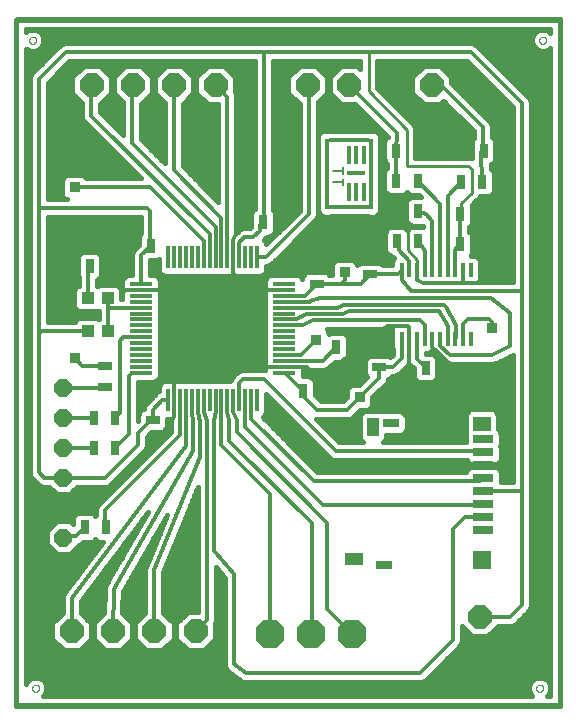
<source format=gbl>
G75*
%MOIN*%
%OFA0B0*%
%FSLAX25Y25*%
%IPPOS*%
%LPD*%
%AMOC8*
5,1,8,0,0,1.08239X$1,22.5*
%
%ADD10C,0.00000*%
%ADD11R,0.01250X0.06250*%
%ADD12R,0.06250X0.01250*%
%ADD13C,0.00800*%
%ADD14R,0.01250X0.23750*%
%ADD15R,0.13600X0.01400*%
%ADD16C,0.01600*%
%ADD17R,0.04724X0.03150*%
%ADD18R,0.03150X0.04724*%
%ADD19R,0.01575X0.04724*%
%ADD20OC8,0.06000*%
%ADD21R,0.04331X0.03937*%
%ADD22R,0.06102X0.03937*%
%ADD23R,0.05512X0.03150*%
%ADD24R,0.05906X0.05906*%
%ADD25R,0.06890X0.02756*%
%ADD26R,0.05906X0.05118*%
%ADD27R,0.03937X0.06102*%
%ADD28OC8,0.08000*%
%ADD29OC8,0.09500*%
%ADD30R,0.01181X0.07724*%
%ADD31R,0.07724X0.01181*%
%ADD32C,0.01200*%
%ADD33C,0.01000*%
%ADD34R,0.03562X0.03562*%
D10*
X0001900Y0002100D02*
X0001900Y0230801D01*
X0001900Y0231100D02*
X0183071Y0231100D01*
X0183071Y0002100D01*
X0001900Y0002100D01*
X0007219Y0008100D02*
X0007221Y0008169D01*
X0007227Y0008237D01*
X0007237Y0008305D01*
X0007251Y0008372D01*
X0007269Y0008439D01*
X0007290Y0008504D01*
X0007316Y0008568D01*
X0007345Y0008630D01*
X0007377Y0008690D01*
X0007413Y0008749D01*
X0007453Y0008805D01*
X0007495Y0008859D01*
X0007541Y0008910D01*
X0007590Y0008959D01*
X0007641Y0009005D01*
X0007695Y0009047D01*
X0007751Y0009087D01*
X0007809Y0009123D01*
X0007870Y0009155D01*
X0007932Y0009184D01*
X0007996Y0009210D01*
X0008061Y0009231D01*
X0008128Y0009249D01*
X0008195Y0009263D01*
X0008263Y0009273D01*
X0008331Y0009279D01*
X0008400Y0009281D01*
X0008469Y0009279D01*
X0008537Y0009273D01*
X0008605Y0009263D01*
X0008672Y0009249D01*
X0008739Y0009231D01*
X0008804Y0009210D01*
X0008868Y0009184D01*
X0008930Y0009155D01*
X0008990Y0009123D01*
X0009049Y0009087D01*
X0009105Y0009047D01*
X0009159Y0009005D01*
X0009210Y0008959D01*
X0009259Y0008910D01*
X0009305Y0008859D01*
X0009347Y0008805D01*
X0009387Y0008749D01*
X0009423Y0008690D01*
X0009455Y0008630D01*
X0009484Y0008568D01*
X0009510Y0008504D01*
X0009531Y0008439D01*
X0009549Y0008372D01*
X0009563Y0008305D01*
X0009573Y0008237D01*
X0009579Y0008169D01*
X0009581Y0008100D01*
X0009579Y0008031D01*
X0009573Y0007963D01*
X0009563Y0007895D01*
X0009549Y0007828D01*
X0009531Y0007761D01*
X0009510Y0007696D01*
X0009484Y0007632D01*
X0009455Y0007570D01*
X0009423Y0007509D01*
X0009387Y0007451D01*
X0009347Y0007395D01*
X0009305Y0007341D01*
X0009259Y0007290D01*
X0009210Y0007241D01*
X0009159Y0007195D01*
X0009105Y0007153D01*
X0009049Y0007113D01*
X0008991Y0007077D01*
X0008930Y0007045D01*
X0008868Y0007016D01*
X0008804Y0006990D01*
X0008739Y0006969D01*
X0008672Y0006951D01*
X0008605Y0006937D01*
X0008537Y0006927D01*
X0008469Y0006921D01*
X0008400Y0006919D01*
X0008331Y0006921D01*
X0008263Y0006927D01*
X0008195Y0006937D01*
X0008128Y0006951D01*
X0008061Y0006969D01*
X0007996Y0006990D01*
X0007932Y0007016D01*
X0007870Y0007045D01*
X0007809Y0007077D01*
X0007751Y0007113D01*
X0007695Y0007153D01*
X0007641Y0007195D01*
X0007590Y0007241D01*
X0007541Y0007290D01*
X0007495Y0007341D01*
X0007453Y0007395D01*
X0007413Y0007451D01*
X0007377Y0007509D01*
X0007345Y0007570D01*
X0007316Y0007632D01*
X0007290Y0007696D01*
X0007269Y0007761D01*
X0007251Y0007828D01*
X0007237Y0007895D01*
X0007227Y0007963D01*
X0007221Y0008031D01*
X0007219Y0008100D01*
X0175219Y0008100D02*
X0175221Y0008169D01*
X0175227Y0008237D01*
X0175237Y0008305D01*
X0175251Y0008372D01*
X0175269Y0008439D01*
X0175290Y0008504D01*
X0175316Y0008568D01*
X0175345Y0008630D01*
X0175377Y0008690D01*
X0175413Y0008749D01*
X0175453Y0008805D01*
X0175495Y0008859D01*
X0175541Y0008910D01*
X0175590Y0008959D01*
X0175641Y0009005D01*
X0175695Y0009047D01*
X0175751Y0009087D01*
X0175809Y0009123D01*
X0175870Y0009155D01*
X0175932Y0009184D01*
X0175996Y0009210D01*
X0176061Y0009231D01*
X0176128Y0009249D01*
X0176195Y0009263D01*
X0176263Y0009273D01*
X0176331Y0009279D01*
X0176400Y0009281D01*
X0176469Y0009279D01*
X0176537Y0009273D01*
X0176605Y0009263D01*
X0176672Y0009249D01*
X0176739Y0009231D01*
X0176804Y0009210D01*
X0176868Y0009184D01*
X0176930Y0009155D01*
X0176990Y0009123D01*
X0177049Y0009087D01*
X0177105Y0009047D01*
X0177159Y0009005D01*
X0177210Y0008959D01*
X0177259Y0008910D01*
X0177305Y0008859D01*
X0177347Y0008805D01*
X0177387Y0008749D01*
X0177423Y0008690D01*
X0177455Y0008630D01*
X0177484Y0008568D01*
X0177510Y0008504D01*
X0177531Y0008439D01*
X0177549Y0008372D01*
X0177563Y0008305D01*
X0177573Y0008237D01*
X0177579Y0008169D01*
X0177581Y0008100D01*
X0177579Y0008031D01*
X0177573Y0007963D01*
X0177563Y0007895D01*
X0177549Y0007828D01*
X0177531Y0007761D01*
X0177510Y0007696D01*
X0177484Y0007632D01*
X0177455Y0007570D01*
X0177423Y0007509D01*
X0177387Y0007451D01*
X0177347Y0007395D01*
X0177305Y0007341D01*
X0177259Y0007290D01*
X0177210Y0007241D01*
X0177159Y0007195D01*
X0177105Y0007153D01*
X0177049Y0007113D01*
X0176991Y0007077D01*
X0176930Y0007045D01*
X0176868Y0007016D01*
X0176804Y0006990D01*
X0176739Y0006969D01*
X0176672Y0006951D01*
X0176605Y0006937D01*
X0176537Y0006927D01*
X0176469Y0006921D01*
X0176400Y0006919D01*
X0176331Y0006921D01*
X0176263Y0006927D01*
X0176195Y0006937D01*
X0176128Y0006951D01*
X0176061Y0006969D01*
X0175996Y0006990D01*
X0175932Y0007016D01*
X0175870Y0007045D01*
X0175809Y0007077D01*
X0175751Y0007113D01*
X0175695Y0007153D01*
X0175641Y0007195D01*
X0175590Y0007241D01*
X0175541Y0007290D01*
X0175495Y0007341D01*
X0175453Y0007395D01*
X0175413Y0007451D01*
X0175377Y0007509D01*
X0175345Y0007570D01*
X0175316Y0007632D01*
X0175290Y0007696D01*
X0175269Y0007761D01*
X0175251Y0007828D01*
X0175237Y0007895D01*
X0175227Y0007963D01*
X0175221Y0008031D01*
X0175219Y0008100D01*
X0176219Y0224100D02*
X0176221Y0224169D01*
X0176227Y0224237D01*
X0176237Y0224305D01*
X0176251Y0224372D01*
X0176269Y0224439D01*
X0176290Y0224504D01*
X0176316Y0224568D01*
X0176345Y0224630D01*
X0176377Y0224690D01*
X0176413Y0224749D01*
X0176453Y0224805D01*
X0176495Y0224859D01*
X0176541Y0224910D01*
X0176590Y0224959D01*
X0176641Y0225005D01*
X0176695Y0225047D01*
X0176751Y0225087D01*
X0176809Y0225123D01*
X0176870Y0225155D01*
X0176932Y0225184D01*
X0176996Y0225210D01*
X0177061Y0225231D01*
X0177128Y0225249D01*
X0177195Y0225263D01*
X0177263Y0225273D01*
X0177331Y0225279D01*
X0177400Y0225281D01*
X0177469Y0225279D01*
X0177537Y0225273D01*
X0177605Y0225263D01*
X0177672Y0225249D01*
X0177739Y0225231D01*
X0177804Y0225210D01*
X0177868Y0225184D01*
X0177930Y0225155D01*
X0177990Y0225123D01*
X0178049Y0225087D01*
X0178105Y0225047D01*
X0178159Y0225005D01*
X0178210Y0224959D01*
X0178259Y0224910D01*
X0178305Y0224859D01*
X0178347Y0224805D01*
X0178387Y0224749D01*
X0178423Y0224690D01*
X0178455Y0224630D01*
X0178484Y0224568D01*
X0178510Y0224504D01*
X0178531Y0224439D01*
X0178549Y0224372D01*
X0178563Y0224305D01*
X0178573Y0224237D01*
X0178579Y0224169D01*
X0178581Y0224100D01*
X0178579Y0224031D01*
X0178573Y0223963D01*
X0178563Y0223895D01*
X0178549Y0223828D01*
X0178531Y0223761D01*
X0178510Y0223696D01*
X0178484Y0223632D01*
X0178455Y0223570D01*
X0178423Y0223509D01*
X0178387Y0223451D01*
X0178347Y0223395D01*
X0178305Y0223341D01*
X0178259Y0223290D01*
X0178210Y0223241D01*
X0178159Y0223195D01*
X0178105Y0223153D01*
X0178049Y0223113D01*
X0177991Y0223077D01*
X0177930Y0223045D01*
X0177868Y0223016D01*
X0177804Y0222990D01*
X0177739Y0222969D01*
X0177672Y0222951D01*
X0177605Y0222937D01*
X0177537Y0222927D01*
X0177469Y0222921D01*
X0177400Y0222919D01*
X0177331Y0222921D01*
X0177263Y0222927D01*
X0177195Y0222937D01*
X0177128Y0222951D01*
X0177061Y0222969D01*
X0176996Y0222990D01*
X0176932Y0223016D01*
X0176870Y0223045D01*
X0176809Y0223077D01*
X0176751Y0223113D01*
X0176695Y0223153D01*
X0176641Y0223195D01*
X0176590Y0223241D01*
X0176541Y0223290D01*
X0176495Y0223341D01*
X0176453Y0223395D01*
X0176413Y0223451D01*
X0176377Y0223509D01*
X0176345Y0223570D01*
X0176316Y0223632D01*
X0176290Y0223696D01*
X0176269Y0223761D01*
X0176251Y0223828D01*
X0176237Y0223895D01*
X0176227Y0223963D01*
X0176221Y0224031D01*
X0176219Y0224100D01*
X0006219Y0224100D02*
X0006221Y0224169D01*
X0006227Y0224237D01*
X0006237Y0224305D01*
X0006251Y0224372D01*
X0006269Y0224439D01*
X0006290Y0224504D01*
X0006316Y0224568D01*
X0006345Y0224630D01*
X0006377Y0224690D01*
X0006413Y0224749D01*
X0006453Y0224805D01*
X0006495Y0224859D01*
X0006541Y0224910D01*
X0006590Y0224959D01*
X0006641Y0225005D01*
X0006695Y0225047D01*
X0006751Y0225087D01*
X0006809Y0225123D01*
X0006870Y0225155D01*
X0006932Y0225184D01*
X0006996Y0225210D01*
X0007061Y0225231D01*
X0007128Y0225249D01*
X0007195Y0225263D01*
X0007263Y0225273D01*
X0007331Y0225279D01*
X0007400Y0225281D01*
X0007469Y0225279D01*
X0007537Y0225273D01*
X0007605Y0225263D01*
X0007672Y0225249D01*
X0007739Y0225231D01*
X0007804Y0225210D01*
X0007868Y0225184D01*
X0007930Y0225155D01*
X0007990Y0225123D01*
X0008049Y0225087D01*
X0008105Y0225047D01*
X0008159Y0225005D01*
X0008210Y0224959D01*
X0008259Y0224910D01*
X0008305Y0224859D01*
X0008347Y0224805D01*
X0008387Y0224749D01*
X0008423Y0224690D01*
X0008455Y0224630D01*
X0008484Y0224568D01*
X0008510Y0224504D01*
X0008531Y0224439D01*
X0008549Y0224372D01*
X0008563Y0224305D01*
X0008573Y0224237D01*
X0008579Y0224169D01*
X0008581Y0224100D01*
X0008579Y0224031D01*
X0008573Y0223963D01*
X0008563Y0223895D01*
X0008549Y0223828D01*
X0008531Y0223761D01*
X0008510Y0223696D01*
X0008484Y0223632D01*
X0008455Y0223570D01*
X0008423Y0223509D01*
X0008387Y0223451D01*
X0008347Y0223395D01*
X0008305Y0223341D01*
X0008259Y0223290D01*
X0008210Y0223241D01*
X0008159Y0223195D01*
X0008105Y0223153D01*
X0008049Y0223113D01*
X0007991Y0223077D01*
X0007930Y0223045D01*
X0007868Y0223016D01*
X0007804Y0222990D01*
X0007739Y0222969D01*
X0007672Y0222951D01*
X0007605Y0222937D01*
X0007537Y0222927D01*
X0007469Y0222921D01*
X0007400Y0222919D01*
X0007331Y0222921D01*
X0007263Y0222927D01*
X0007195Y0222937D01*
X0007128Y0222951D01*
X0007061Y0222969D01*
X0006996Y0222990D01*
X0006932Y0223016D01*
X0006870Y0223045D01*
X0006809Y0223077D01*
X0006751Y0223113D01*
X0006695Y0223153D01*
X0006641Y0223195D01*
X0006590Y0223241D01*
X0006541Y0223290D01*
X0006495Y0223341D01*
X0006453Y0223395D01*
X0006413Y0223451D01*
X0006377Y0223509D01*
X0006345Y0223570D01*
X0006316Y0223632D01*
X0006290Y0223696D01*
X0006269Y0223761D01*
X0006251Y0223828D01*
X0006237Y0223895D01*
X0006227Y0223963D01*
X0006221Y0224031D01*
X0006219Y0224100D01*
D11*
X0112775Y0185975D03*
X0115275Y0185975D03*
X0117775Y0185975D03*
X0117775Y0173475D03*
X0115275Y0173475D03*
X0112775Y0173475D03*
D12*
X0115275Y0179725D03*
D13*
X0110753Y0179567D02*
X0110753Y0181702D01*
X0110753Y0180634D02*
X0107550Y0180634D01*
X0110753Y0178019D02*
X0110753Y0175884D01*
X0110753Y0176951D02*
X0107550Y0176951D01*
D14*
X0105525Y0179625D03*
X0120275Y0179625D03*
D15*
X0112900Y0190800D03*
X0112900Y0168500D03*
D16*
X0001900Y0230900D02*
X0001900Y0002100D01*
X0183200Y0002100D01*
X0183200Y0230900D01*
X0001900Y0230900D01*
X0001900Y0231000D02*
X0001900Y0002400D01*
X0183300Y0002400D01*
X0183300Y0231100D01*
X0002100Y0231100D01*
X0005100Y0227700D02*
X0180000Y0227700D01*
X0180000Y0226564D01*
X0179429Y0227136D01*
X0178112Y0227681D01*
X0176688Y0227681D01*
X0175371Y0227136D01*
X0174364Y0226129D01*
X0173819Y0224812D01*
X0173819Y0223388D01*
X0174364Y0222071D01*
X0175371Y0221064D01*
X0176688Y0220519D01*
X0178112Y0220519D01*
X0179429Y0221064D01*
X0180000Y0221636D01*
X0180000Y0005600D01*
X0178964Y0005600D01*
X0179436Y0006071D01*
X0179981Y0007388D01*
X0179981Y0008812D01*
X0179436Y0010129D01*
X0178429Y0011136D01*
X0177112Y0011681D01*
X0175688Y0011681D01*
X0174371Y0011136D01*
X0173364Y0010129D01*
X0172819Y0008812D01*
X0172819Y0007388D01*
X0173364Y0006071D01*
X0173836Y0005600D01*
X0010964Y0005600D01*
X0011436Y0006071D01*
X0011981Y0007388D01*
X0011981Y0008812D01*
X0011436Y0010129D01*
X0010429Y0011136D01*
X0009112Y0011681D01*
X0007688Y0011681D01*
X0006371Y0011136D01*
X0005364Y0010129D01*
X0005100Y0009491D01*
X0005100Y0221336D01*
X0005371Y0221064D01*
X0006688Y0220519D01*
X0008112Y0220519D01*
X0009429Y0221064D01*
X0010436Y0222071D01*
X0010981Y0223388D01*
X0010981Y0224812D01*
X0010436Y0226129D01*
X0009429Y0227136D01*
X0008112Y0227681D01*
X0006688Y0227681D01*
X0005371Y0227136D01*
X0005100Y0226864D01*
X0005100Y0227700D01*
X0005100Y0227490D02*
X0006227Y0227490D01*
X0008573Y0227490D02*
X0176227Y0227490D01*
X0178573Y0227490D02*
X0180000Y0227490D01*
X0174266Y0225892D02*
X0010534Y0225892D01*
X0010981Y0224293D02*
X0173819Y0224293D01*
X0174106Y0222695D02*
X0154976Y0222695D01*
X0155099Y0222643D02*
X0153997Y0223100D01*
X0017803Y0223100D01*
X0016701Y0222643D01*
X0015857Y0221799D01*
X0006857Y0212799D01*
X0006400Y0211697D01*
X0006400Y0079503D01*
X0006857Y0078401D01*
X0009451Y0075807D01*
X0010553Y0075350D01*
X0013013Y0075350D01*
X0015413Y0072950D01*
X0019887Y0072950D01*
X0022037Y0075100D01*
X0031997Y0075100D01*
X0033099Y0075557D01*
X0033943Y0076401D01*
X0044943Y0087401D01*
X0045400Y0088503D01*
X0045400Y0091857D01*
X0046961Y0093419D01*
X0050240Y0093419D01*
X0051122Y0093784D01*
X0051797Y0094459D01*
X0052162Y0095341D01*
X0052162Y0098019D01*
X0053573Y0098019D01*
X0053573Y0093616D01*
X0029901Y0069943D01*
X0029057Y0069099D01*
X0028600Y0067997D01*
X0028600Y0065788D01*
X0028300Y0065488D01*
X0027691Y0066097D01*
X0026809Y0066462D01*
X0022704Y0066462D01*
X0021822Y0066097D01*
X0021147Y0065422D01*
X0020782Y0064540D01*
X0020782Y0062855D01*
X0019887Y0063750D01*
X0015413Y0063750D01*
X0012250Y0060587D01*
X0012250Y0056113D01*
X0015413Y0052950D01*
X0019887Y0052950D01*
X0022891Y0055954D01*
X0023510Y0056210D01*
X0024237Y0056938D01*
X0026809Y0056938D01*
X0027691Y0057303D01*
X0028300Y0057912D01*
X0028909Y0057303D01*
X0029791Y0056938D01*
X0030832Y0056938D01*
X0018130Y0040073D01*
X0017857Y0039799D01*
X0017774Y0039600D01*
X0017645Y0039428D01*
X0017548Y0039054D01*
X0017400Y0038697D01*
X0017400Y0038481D01*
X0017346Y0038273D01*
X0017400Y0037890D01*
X0017400Y0033151D01*
X0014000Y0029751D01*
X0014000Y0024449D01*
X0017749Y0020700D01*
X0023051Y0020700D01*
X0026800Y0024449D01*
X0026800Y0029751D01*
X0023400Y0033151D01*
X0023400Y0037097D01*
X0045886Y0066952D01*
X0032012Y0042964D01*
X0031884Y0042839D01*
X0031716Y0042451D01*
X0031504Y0042085D01*
X0031481Y0041908D01*
X0031410Y0041744D01*
X0031403Y0041321D01*
X0031348Y0040902D01*
X0031394Y0040729D01*
X0031276Y0033247D01*
X0027780Y0029751D01*
X0027780Y0024449D01*
X0031529Y0020700D01*
X0036830Y0020700D01*
X0040580Y0024449D01*
X0040580Y0029751D01*
X0037274Y0033057D01*
X0037387Y0040273D01*
X0052200Y0065884D01*
X0045223Y0048534D01*
X0045000Y0047997D01*
X0045000Y0047981D01*
X0044994Y0047966D01*
X0045000Y0047384D01*
X0045000Y0033192D01*
X0041559Y0029751D01*
X0041559Y0024449D01*
X0045308Y0020700D01*
X0050610Y0020700D01*
X0054359Y0024449D01*
X0054359Y0029751D01*
X0051000Y0033110D01*
X0051000Y0046819D01*
X0062433Y0075251D01*
X0062496Y0033500D01*
X0059088Y0033500D01*
X0055339Y0029751D01*
X0055339Y0024449D01*
X0059088Y0020700D01*
X0064390Y0020700D01*
X0068139Y0024449D01*
X0068139Y0029391D01*
X0068272Y0029713D01*
X0068500Y0030265D01*
X0068500Y0030267D01*
X0068501Y0030269D01*
X0068500Y0030866D01*
X0068500Y0031458D01*
X0068499Y0031460D01*
X0068474Y0048403D01*
X0071400Y0044990D01*
X0071400Y0016478D01*
X0071346Y0016266D01*
X0071400Y0015887D01*
X0071400Y0015503D01*
X0071484Y0015301D01*
X0071515Y0015085D01*
X0071710Y0014755D01*
X0071857Y0014401D01*
X0072011Y0014246D01*
X0072123Y0014058D01*
X0072429Y0013828D01*
X0072701Y0013557D01*
X0072903Y0013473D01*
X0076429Y0010828D01*
X0076701Y0010557D01*
X0076903Y0010473D01*
X0077077Y0010342D01*
X0077449Y0010247D01*
X0077803Y0010100D01*
X0078022Y0010100D01*
X0078234Y0010046D01*
X0078613Y0010100D01*
X0136997Y0010100D01*
X0138099Y0010557D01*
X0149099Y0021557D01*
X0149943Y0022401D01*
X0150400Y0023503D01*
X0150400Y0028829D01*
X0153749Y0025480D01*
X0159051Y0025480D01*
X0162451Y0028880D01*
X0166997Y0028880D01*
X0168099Y0029336D01*
X0172099Y0033336D01*
X0172099Y0033336D01*
X0172943Y0034180D01*
X0173400Y0035283D01*
X0173400Y0074094D01*
X0173499Y0139801D01*
X0173500Y0139803D01*
X0173500Y0139806D01*
X0173501Y0139808D01*
X0173500Y0140399D01*
X0173501Y0140992D01*
X0173500Y0140994D01*
X0173500Y0140997D01*
X0173499Y0140999D01*
X0173400Y0203099D01*
X0173400Y0203697D01*
X0173399Y0203699D01*
X0173399Y0203702D01*
X0173173Y0204245D01*
X0172943Y0204799D01*
X0172941Y0204801D01*
X0172941Y0204803D01*
X0172522Y0205221D01*
X0155943Y0221799D01*
X0155099Y0222643D01*
X0156647Y0221096D02*
X0175340Y0221096D01*
X0179460Y0221096D02*
X0180000Y0221096D01*
X0180000Y0219498D02*
X0158245Y0219498D01*
X0159844Y0217899D02*
X0180000Y0217899D01*
X0180000Y0216301D02*
X0161442Y0216301D01*
X0163041Y0214702D02*
X0180000Y0214702D01*
X0180000Y0213103D02*
X0164639Y0213103D01*
X0166238Y0211505D02*
X0180000Y0211505D01*
X0180000Y0209906D02*
X0167836Y0209906D01*
X0169435Y0208308D02*
X0180000Y0208308D01*
X0180000Y0206709D02*
X0171033Y0206709D01*
X0172632Y0205111D02*
X0180000Y0205111D01*
X0180000Y0203512D02*
X0173400Y0203512D01*
X0173402Y0201914D02*
X0180000Y0201914D01*
X0180000Y0200315D02*
X0173404Y0200315D01*
X0173407Y0198717D02*
X0180000Y0198717D01*
X0180000Y0197118D02*
X0173410Y0197118D01*
X0173412Y0195520D02*
X0180000Y0195520D01*
X0180000Y0193921D02*
X0173415Y0193921D01*
X0173417Y0192323D02*
X0180000Y0192323D01*
X0180000Y0190724D02*
X0173420Y0190724D01*
X0173422Y0189126D02*
X0180000Y0189126D01*
X0180000Y0187527D02*
X0173425Y0187527D01*
X0173427Y0185929D02*
X0180000Y0185929D01*
X0180000Y0184330D02*
X0173430Y0184330D01*
X0173432Y0182732D02*
X0180000Y0182732D01*
X0180000Y0181133D02*
X0173435Y0181133D01*
X0173438Y0179535D02*
X0180000Y0179535D01*
X0180000Y0177936D02*
X0173440Y0177936D01*
X0173443Y0176338D02*
X0180000Y0176338D01*
X0180000Y0174739D02*
X0173445Y0174739D01*
X0173448Y0173141D02*
X0180000Y0173141D01*
X0180000Y0171542D02*
X0173450Y0171542D01*
X0173453Y0169944D02*
X0180000Y0169944D01*
X0180000Y0168345D02*
X0173455Y0168345D01*
X0173458Y0166747D02*
X0180000Y0166747D01*
X0180000Y0165148D02*
X0173461Y0165148D01*
X0173463Y0163550D02*
X0180000Y0163550D01*
X0180000Y0161951D02*
X0173466Y0161951D01*
X0173468Y0160353D02*
X0180000Y0160353D01*
X0180000Y0158754D02*
X0173471Y0158754D01*
X0173473Y0157156D02*
X0180000Y0157156D01*
X0180000Y0155557D02*
X0173476Y0155557D01*
X0173478Y0153959D02*
X0180000Y0153959D01*
X0180000Y0152360D02*
X0173481Y0152360D01*
X0173483Y0150762D02*
X0180000Y0150762D01*
X0180000Y0149163D02*
X0173486Y0149163D01*
X0173489Y0147565D02*
X0180000Y0147565D01*
X0180000Y0145966D02*
X0173491Y0145966D01*
X0173494Y0144368D02*
X0180000Y0144368D01*
X0180000Y0142769D02*
X0173496Y0142769D01*
X0173499Y0141170D02*
X0180000Y0141170D01*
X0180000Y0139572D02*
X0173499Y0139572D01*
X0173496Y0137973D02*
X0180000Y0137973D01*
X0180000Y0136375D02*
X0173494Y0136375D01*
X0173492Y0134776D02*
X0180000Y0134776D01*
X0180000Y0133178D02*
X0173489Y0133178D01*
X0173487Y0131579D02*
X0180000Y0131579D01*
X0180000Y0129981D02*
X0173484Y0129981D01*
X0173482Y0128382D02*
X0180000Y0128382D01*
X0180000Y0126784D02*
X0173479Y0126784D01*
X0173477Y0125185D02*
X0180000Y0125185D01*
X0180000Y0123587D02*
X0173475Y0123587D01*
X0173472Y0121988D02*
X0180000Y0121988D01*
X0180000Y0120390D02*
X0173470Y0120390D01*
X0173467Y0118791D02*
X0180000Y0118791D01*
X0180000Y0117193D02*
X0173465Y0117193D01*
X0173463Y0115594D02*
X0180000Y0115594D01*
X0180000Y0113996D02*
X0173460Y0113996D01*
X0173458Y0112397D02*
X0180000Y0112397D01*
X0180000Y0110799D02*
X0173455Y0110799D01*
X0173453Y0109200D02*
X0180000Y0109200D01*
X0180000Y0107602D02*
X0173451Y0107602D01*
X0173448Y0106003D02*
X0180000Y0106003D01*
X0180000Y0104405D02*
X0173446Y0104405D01*
X0173443Y0102806D02*
X0180000Y0102806D01*
X0180000Y0101208D02*
X0173441Y0101208D01*
X0173438Y0099609D02*
X0180000Y0099609D01*
X0180000Y0098011D02*
X0173436Y0098011D01*
X0173434Y0096412D02*
X0180000Y0096412D01*
X0180000Y0094814D02*
X0173431Y0094814D01*
X0173429Y0093215D02*
X0180000Y0093215D01*
X0180000Y0091617D02*
X0173426Y0091617D01*
X0173424Y0090018D02*
X0180000Y0090018D01*
X0180000Y0088420D02*
X0173422Y0088420D01*
X0173419Y0086821D02*
X0180000Y0086821D01*
X0180000Y0085223D02*
X0173417Y0085223D01*
X0173414Y0083624D02*
X0180000Y0083624D01*
X0180000Y0082026D02*
X0173412Y0082026D01*
X0173410Y0080427D02*
X0180000Y0080427D01*
X0180000Y0078829D02*
X0173407Y0078829D01*
X0173405Y0077230D02*
X0180000Y0077230D01*
X0180000Y0075632D02*
X0173402Y0075632D01*
X0173400Y0074033D02*
X0180000Y0074033D01*
X0180000Y0072434D02*
X0173400Y0072434D01*
X0173400Y0070836D02*
X0180000Y0070836D01*
X0180000Y0069237D02*
X0173400Y0069237D01*
X0173400Y0067639D02*
X0180000Y0067639D01*
X0180000Y0066040D02*
X0173400Y0066040D01*
X0173400Y0064442D02*
X0180000Y0064442D01*
X0180000Y0062843D02*
X0173400Y0062843D01*
X0173400Y0061245D02*
X0180000Y0061245D01*
X0180000Y0059646D02*
X0173400Y0059646D01*
X0173400Y0058048D02*
X0180000Y0058048D01*
X0180000Y0056449D02*
X0173400Y0056449D01*
X0173400Y0054851D02*
X0180000Y0054851D01*
X0180000Y0053252D02*
X0173400Y0053252D01*
X0173400Y0051654D02*
X0180000Y0051654D01*
X0180000Y0050055D02*
X0173400Y0050055D01*
X0173400Y0048457D02*
X0180000Y0048457D01*
X0180000Y0046858D02*
X0173400Y0046858D01*
X0173400Y0045260D02*
X0180000Y0045260D01*
X0180000Y0043661D02*
X0173400Y0043661D01*
X0173400Y0042063D02*
X0180000Y0042063D01*
X0180000Y0040464D02*
X0173400Y0040464D01*
X0173400Y0038866D02*
X0180000Y0038866D01*
X0180000Y0037267D02*
X0173400Y0037267D01*
X0173400Y0035669D02*
X0180000Y0035669D01*
X0180000Y0034070D02*
X0172833Y0034070D01*
X0171235Y0032472D02*
X0180000Y0032472D01*
X0180000Y0030873D02*
X0169636Y0030873D01*
X0167951Y0029275D02*
X0180000Y0029275D01*
X0180000Y0027676D02*
X0161248Y0027676D01*
X0159649Y0026078D02*
X0180000Y0026078D01*
X0180000Y0024479D02*
X0150400Y0024479D01*
X0150400Y0026078D02*
X0153151Y0026078D01*
X0151552Y0027676D02*
X0150400Y0027676D01*
X0150142Y0022881D02*
X0180000Y0022881D01*
X0180000Y0021282D02*
X0148825Y0021282D01*
X0147226Y0019684D02*
X0180000Y0019684D01*
X0180000Y0018085D02*
X0145628Y0018085D01*
X0144029Y0016487D02*
X0180000Y0016487D01*
X0180000Y0014888D02*
X0142431Y0014888D01*
X0140832Y0013290D02*
X0180000Y0013290D01*
X0180000Y0011691D02*
X0139234Y0011691D01*
X0172819Y0008494D02*
X0011981Y0008494D01*
X0011777Y0006896D02*
X0173023Y0006896D01*
X0173349Y0010093D02*
X0078561Y0010093D01*
X0078051Y0010093D02*
X0011451Y0010093D01*
X0005349Y0010093D02*
X0005100Y0010093D01*
X0005100Y0011691D02*
X0075279Y0011691D01*
X0073147Y0013290D02*
X0005100Y0013290D01*
X0005100Y0014888D02*
X0071631Y0014888D01*
X0071400Y0016487D02*
X0005100Y0016487D01*
X0005100Y0018085D02*
X0071400Y0018085D01*
X0071400Y0019684D02*
X0005100Y0019684D01*
X0005100Y0021282D02*
X0017167Y0021282D01*
X0015568Y0022881D02*
X0005100Y0022881D01*
X0005100Y0024479D02*
X0014000Y0024479D01*
X0014000Y0026078D02*
X0005100Y0026078D01*
X0005100Y0027676D02*
X0014000Y0027676D01*
X0014000Y0029275D02*
X0005100Y0029275D01*
X0005100Y0030873D02*
X0015122Y0030873D01*
X0016721Y0032472D02*
X0005100Y0032472D01*
X0005100Y0034070D02*
X0017400Y0034070D01*
X0017400Y0035669D02*
X0005100Y0035669D01*
X0005100Y0037267D02*
X0017400Y0037267D01*
X0017470Y0038866D02*
X0005100Y0038866D01*
X0005100Y0040464D02*
X0018425Y0040464D01*
X0019629Y0042063D02*
X0005100Y0042063D01*
X0005100Y0043661D02*
X0020833Y0043661D01*
X0022037Y0045260D02*
X0005100Y0045260D01*
X0005100Y0046858D02*
X0023241Y0046858D01*
X0024445Y0048457D02*
X0005100Y0048457D01*
X0005100Y0050055D02*
X0025649Y0050055D01*
X0026853Y0051654D02*
X0005100Y0051654D01*
X0005100Y0053252D02*
X0015111Y0053252D01*
X0013512Y0054851D02*
X0005100Y0054851D01*
X0005100Y0056449D02*
X0012250Y0056449D01*
X0012250Y0058048D02*
X0005100Y0058048D01*
X0005100Y0059646D02*
X0012250Y0059646D01*
X0012908Y0061245D02*
X0005100Y0061245D01*
X0005100Y0062843D02*
X0014507Y0062843D01*
X0020782Y0064442D02*
X0005100Y0064442D01*
X0005100Y0066040D02*
X0021766Y0066040D01*
X0027747Y0066040D02*
X0028600Y0066040D01*
X0028600Y0067639D02*
X0005100Y0067639D01*
X0005100Y0069237D02*
X0029195Y0069237D01*
X0030793Y0070836D02*
X0005100Y0070836D01*
X0005100Y0072434D02*
X0032392Y0072434D01*
X0033990Y0074033D02*
X0020970Y0074033D01*
X0014330Y0074033D02*
X0005100Y0074033D01*
X0005100Y0075632D02*
X0009874Y0075632D01*
X0008027Y0077230D02*
X0005100Y0077230D01*
X0005100Y0078829D02*
X0006679Y0078829D01*
X0006400Y0080427D02*
X0005100Y0080427D01*
X0005100Y0082026D02*
X0006400Y0082026D01*
X0006400Y0083624D02*
X0005100Y0083624D01*
X0005100Y0085223D02*
X0006400Y0085223D01*
X0006400Y0086821D02*
X0005100Y0086821D01*
X0005100Y0088420D02*
X0006400Y0088420D01*
X0006400Y0090018D02*
X0005100Y0090018D01*
X0005100Y0091617D02*
X0006400Y0091617D01*
X0006400Y0093215D02*
X0005100Y0093215D01*
X0005100Y0094814D02*
X0006400Y0094814D01*
X0006400Y0096412D02*
X0005100Y0096412D01*
X0005100Y0098011D02*
X0006400Y0098011D01*
X0006400Y0099609D02*
X0005100Y0099609D01*
X0005100Y0101208D02*
X0006400Y0101208D01*
X0006400Y0102806D02*
X0005100Y0102806D01*
X0005100Y0104405D02*
X0006400Y0104405D01*
X0006400Y0106003D02*
X0005100Y0106003D01*
X0005100Y0107602D02*
X0006400Y0107602D01*
X0006400Y0109200D02*
X0005100Y0109200D01*
X0005100Y0110799D02*
X0006400Y0110799D01*
X0006400Y0112397D02*
X0005100Y0112397D01*
X0005100Y0113996D02*
X0006400Y0113996D01*
X0006400Y0115594D02*
X0005100Y0115594D01*
X0005100Y0117193D02*
X0006400Y0117193D01*
X0006400Y0118791D02*
X0005100Y0118791D01*
X0005100Y0120390D02*
X0006400Y0120390D01*
X0006400Y0121988D02*
X0005100Y0121988D01*
X0005100Y0123587D02*
X0006400Y0123587D01*
X0006400Y0125185D02*
X0005100Y0125185D01*
X0005100Y0126784D02*
X0006400Y0126784D01*
X0006400Y0128382D02*
X0005100Y0128382D01*
X0005100Y0129981D02*
X0006400Y0129981D01*
X0006400Y0131579D02*
X0005100Y0131579D01*
X0005100Y0133178D02*
X0006400Y0133178D01*
X0006400Y0134776D02*
X0005100Y0134776D01*
X0005100Y0136375D02*
X0006400Y0136375D01*
X0006400Y0137973D02*
X0005100Y0137973D01*
X0005100Y0139572D02*
X0006400Y0139572D01*
X0006400Y0141170D02*
X0005100Y0141170D01*
X0005100Y0142769D02*
X0006400Y0142769D01*
X0006400Y0144368D02*
X0005100Y0144368D01*
X0005100Y0145966D02*
X0006400Y0145966D01*
X0006400Y0147565D02*
X0005100Y0147565D01*
X0005100Y0149163D02*
X0006400Y0149163D01*
X0006400Y0150762D02*
X0005100Y0150762D01*
X0005100Y0152360D02*
X0006400Y0152360D01*
X0006400Y0153959D02*
X0005100Y0153959D01*
X0005100Y0155557D02*
X0006400Y0155557D01*
X0006400Y0157156D02*
X0005100Y0157156D01*
X0005100Y0158754D02*
X0006400Y0158754D01*
X0006400Y0160353D02*
X0005100Y0160353D01*
X0005100Y0161951D02*
X0006400Y0161951D01*
X0006400Y0163550D02*
X0005100Y0163550D01*
X0005100Y0165148D02*
X0006400Y0165148D01*
X0006400Y0166747D02*
X0005100Y0166747D01*
X0005100Y0168345D02*
X0006400Y0168345D01*
X0006400Y0169944D02*
X0005100Y0169944D01*
X0005100Y0171542D02*
X0006400Y0171542D01*
X0006400Y0173141D02*
X0005100Y0173141D01*
X0005100Y0174739D02*
X0006400Y0174739D01*
X0006400Y0176338D02*
X0005100Y0176338D01*
X0005100Y0177936D02*
X0006400Y0177936D01*
X0006400Y0179535D02*
X0005100Y0179535D01*
X0005100Y0181133D02*
X0006400Y0181133D01*
X0006400Y0182732D02*
X0005100Y0182732D01*
X0005100Y0184330D02*
X0006400Y0184330D01*
X0006400Y0185929D02*
X0005100Y0185929D01*
X0005100Y0187527D02*
X0006400Y0187527D01*
X0006400Y0189126D02*
X0005100Y0189126D01*
X0005100Y0190724D02*
X0006400Y0190724D01*
X0006400Y0192323D02*
X0005100Y0192323D01*
X0005100Y0193921D02*
X0006400Y0193921D01*
X0006400Y0195520D02*
X0005100Y0195520D01*
X0005100Y0197118D02*
X0006400Y0197118D01*
X0006400Y0198717D02*
X0005100Y0198717D01*
X0005100Y0200315D02*
X0006400Y0200315D01*
X0006400Y0201914D02*
X0005100Y0201914D01*
X0005100Y0203512D02*
X0006400Y0203512D01*
X0006400Y0205111D02*
X0005100Y0205111D01*
X0005100Y0206709D02*
X0006400Y0206709D01*
X0006400Y0208308D02*
X0005100Y0208308D01*
X0005100Y0209906D02*
X0006400Y0209906D01*
X0006400Y0211505D02*
X0005100Y0211505D01*
X0005100Y0213103D02*
X0007161Y0213103D01*
X0008759Y0214702D02*
X0005100Y0214702D01*
X0005100Y0216301D02*
X0010358Y0216301D01*
X0011956Y0217899D02*
X0005100Y0217899D01*
X0005100Y0219498D02*
X0013555Y0219498D01*
X0015153Y0221096D02*
X0009460Y0221096D01*
X0010694Y0222695D02*
X0016824Y0222695D01*
X0019643Y0217100D02*
X0081400Y0217100D01*
X0081400Y0167884D01*
X0081309Y0167847D01*
X0080634Y0167172D01*
X0080269Y0166290D01*
X0080269Y0163169D01*
X0080200Y0163003D01*
X0080200Y0161843D01*
X0079757Y0161400D01*
X0077403Y0161400D01*
X0076301Y0160943D01*
X0075457Y0160099D01*
X0075321Y0159964D01*
X0075321Y0205775D01*
X0074865Y0206878D01*
X0074800Y0206943D01*
X0074800Y0211751D01*
X0071051Y0215500D01*
X0065749Y0215500D01*
X0062000Y0211751D01*
X0062000Y0206449D01*
X0065749Y0202700D01*
X0069321Y0202700D01*
X0069321Y0170221D01*
X0057400Y0182143D01*
X0057400Y0202829D01*
X0061020Y0206449D01*
X0061020Y0211751D01*
X0057271Y0215500D01*
X0051970Y0215500D01*
X0048220Y0211751D01*
X0048220Y0206449D01*
X0051400Y0203270D01*
X0051400Y0183143D01*
X0043500Y0191043D01*
X0043500Y0194515D01*
X0043504Y0194525D01*
X0043500Y0195111D01*
X0043500Y0195697D01*
X0043496Y0195707D01*
X0043444Y0202700D01*
X0043492Y0202700D01*
X0047241Y0206449D01*
X0047241Y0211751D01*
X0043492Y0215500D01*
X0038190Y0215500D01*
X0034441Y0211751D01*
X0034441Y0206449D01*
X0037438Y0203452D01*
X0037500Y0195088D01*
X0037500Y0192543D01*
X0029800Y0200243D01*
X0029800Y0202788D01*
X0033461Y0206449D01*
X0033461Y0211751D01*
X0029712Y0215500D01*
X0024410Y0215500D01*
X0020661Y0211751D01*
X0020661Y0206449D01*
X0023800Y0203310D01*
X0023800Y0198403D01*
X0024257Y0197301D01*
X0025101Y0196457D01*
X0043457Y0178100D01*
X0025274Y0178100D01*
X0025216Y0178241D01*
X0024541Y0178916D01*
X0023658Y0179281D01*
X0019141Y0179281D01*
X0018259Y0178916D01*
X0017584Y0178241D01*
X0017219Y0177358D01*
X0017219Y0172841D01*
X0017584Y0171959D01*
X0018259Y0171284D01*
X0018704Y0171100D01*
X0012400Y0171100D01*
X0012400Y0209857D01*
X0019643Y0217100D01*
X0018843Y0216301D02*
X0081400Y0216301D01*
X0081400Y0214702D02*
X0071849Y0214702D01*
X0073447Y0213103D02*
X0081400Y0213103D01*
X0081400Y0211505D02*
X0074800Y0211505D01*
X0074800Y0209906D02*
X0081400Y0209906D01*
X0081400Y0208308D02*
X0074800Y0208308D01*
X0074934Y0206709D02*
X0081400Y0206709D01*
X0081400Y0205111D02*
X0075321Y0205111D01*
X0075321Y0203512D02*
X0081400Y0203512D01*
X0081400Y0201914D02*
X0075321Y0201914D01*
X0075321Y0200315D02*
X0081400Y0200315D01*
X0081400Y0198717D02*
X0075321Y0198717D01*
X0075321Y0197118D02*
X0081400Y0197118D01*
X0081400Y0195520D02*
X0075321Y0195520D01*
X0075321Y0193921D02*
X0081400Y0193921D01*
X0081400Y0192323D02*
X0075321Y0192323D01*
X0075321Y0190724D02*
X0081400Y0190724D01*
X0081400Y0189126D02*
X0075321Y0189126D01*
X0075321Y0187527D02*
X0081400Y0187527D01*
X0081400Y0185929D02*
X0075321Y0185929D01*
X0075321Y0184330D02*
X0081400Y0184330D01*
X0081400Y0182732D02*
X0075321Y0182732D01*
X0075321Y0181133D02*
X0081400Y0181133D01*
X0081400Y0179535D02*
X0075321Y0179535D01*
X0075321Y0177936D02*
X0081400Y0177936D01*
X0081400Y0176338D02*
X0075321Y0176338D01*
X0075321Y0174739D02*
X0081400Y0174739D01*
X0081400Y0173141D02*
X0075321Y0173141D01*
X0075321Y0171542D02*
X0081400Y0171542D01*
X0081400Y0169944D02*
X0075321Y0169944D01*
X0075321Y0168345D02*
X0081400Y0168345D01*
X0080458Y0166747D02*
X0075321Y0166747D01*
X0075321Y0165148D02*
X0080269Y0165148D01*
X0080269Y0163550D02*
X0075321Y0163550D01*
X0075321Y0161951D02*
X0080200Y0161951D01*
X0084386Y0157543D02*
X0084899Y0158057D01*
X0085530Y0158688D01*
X0086295Y0158688D01*
X0087178Y0159053D01*
X0087853Y0159728D01*
X0088218Y0160610D01*
X0088218Y0166290D01*
X0087853Y0167172D01*
X0087400Y0167624D01*
X0087400Y0217100D01*
X0116500Y0217100D01*
X0116500Y0214492D01*
X0115492Y0215500D01*
X0110190Y0215500D01*
X0106441Y0211751D01*
X0106441Y0206449D01*
X0110190Y0202700D01*
X0114998Y0202700D01*
X0125761Y0191937D01*
X0125756Y0191781D01*
X0125672Y0191747D01*
X0124997Y0191072D01*
X0124632Y0190190D01*
X0124632Y0184510D01*
X0124997Y0183628D01*
X0125607Y0183019D01*
X0125607Y0181681D01*
X0124997Y0181072D01*
X0124632Y0180190D01*
X0124632Y0174510D01*
X0124997Y0173628D01*
X0125672Y0172953D01*
X0126554Y0172588D01*
X0130659Y0172588D01*
X0131541Y0172953D01*
X0132150Y0173562D01*
X0132759Y0172953D01*
X0133641Y0172588D01*
X0136145Y0172588D01*
X0136852Y0171862D01*
X0133891Y0171862D01*
X0133009Y0171497D01*
X0132334Y0170822D01*
X0131969Y0169940D01*
X0131969Y0164260D01*
X0132334Y0163378D01*
X0133009Y0162703D01*
X0133891Y0162338D01*
X0137620Y0162338D01*
X0137620Y0161862D01*
X0133891Y0161862D01*
X0133009Y0161497D01*
X0132400Y0160888D01*
X0131791Y0161497D01*
X0130909Y0161862D01*
X0126804Y0161862D01*
X0125922Y0161497D01*
X0125247Y0160822D01*
X0124882Y0159940D01*
X0124882Y0154260D01*
X0125247Y0153378D01*
X0125922Y0152703D01*
X0126804Y0152338D01*
X0126920Y0152338D01*
X0127790Y0151467D01*
X0127562Y0151239D01*
X0127197Y0150357D01*
X0127197Y0149213D01*
X0124140Y0149148D01*
X0123622Y0149666D01*
X0122740Y0150031D01*
X0117060Y0150031D01*
X0116178Y0149666D01*
X0115578Y0149066D01*
X0115216Y0149941D01*
X0114541Y0150616D01*
X0113658Y0150981D01*
X0109141Y0150981D01*
X0108259Y0150616D01*
X0107584Y0149941D01*
X0107219Y0149058D01*
X0107219Y0145857D01*
X0106381Y0145857D01*
X0105772Y0146466D01*
X0104890Y0146831D01*
X0099210Y0146831D01*
X0098328Y0146466D01*
X0097653Y0145791D01*
X0097288Y0144909D01*
X0097288Y0144398D01*
X0097116Y0144814D01*
X0096441Y0145489D01*
X0095558Y0145854D01*
X0086879Y0145854D01*
X0085997Y0145489D01*
X0085322Y0144814D01*
X0084957Y0143932D01*
X0084957Y0141796D01*
X0085322Y0140914D01*
X0085341Y0140895D01*
X0085322Y0140877D01*
X0084957Y0139995D01*
X0084957Y0116205D01*
X0085322Y0115323D01*
X0085341Y0115305D01*
X0085322Y0115286D01*
X0084957Y0114404D01*
X0084957Y0114100D01*
X0076803Y0114100D01*
X0075701Y0113643D01*
X0074857Y0112799D01*
X0073715Y0111658D01*
X0073258Y0110555D01*
X0073258Y0110543D01*
X0055505Y0110543D01*
X0054623Y0110178D01*
X0054605Y0110159D01*
X0054586Y0110178D01*
X0053704Y0110543D01*
X0051568Y0110543D01*
X0050686Y0110178D01*
X0050011Y0109503D01*
X0049646Y0108621D01*
X0049646Y0107099D01*
X0048982Y0106824D01*
X0045701Y0103543D01*
X0044857Y0102699D01*
X0044400Y0101597D01*
X0044400Y0101302D01*
X0043678Y0101003D01*
X0043003Y0100328D01*
X0042638Y0099445D01*
X0042638Y0097580D01*
X0042400Y0097343D01*
X0042400Y0110336D01*
X0044178Y0110336D01*
X0044201Y0110346D01*
X0047921Y0110346D01*
X0048803Y0110711D01*
X0049478Y0111386D01*
X0049843Y0112268D01*
X0049843Y0139995D01*
X0049478Y0140877D01*
X0049459Y0140895D01*
X0049478Y0140914D01*
X0049843Y0141796D01*
X0049843Y0143932D01*
X0049478Y0144814D01*
X0048803Y0145489D01*
X0047921Y0145854D01*
X0046581Y0145854D01*
X0046581Y0150838D01*
X0048745Y0150838D01*
X0049628Y0151203D01*
X0049646Y0151221D01*
X0049646Y0147579D01*
X0050011Y0146697D01*
X0050686Y0146022D01*
X0051568Y0145657D01*
X0073389Y0145657D01*
X0074271Y0146022D01*
X0074290Y0146041D01*
X0074308Y0146022D01*
X0075190Y0145657D01*
X0083232Y0145657D01*
X0084114Y0146022D01*
X0084789Y0146697D01*
X0085154Y0147579D01*
X0085154Y0148938D01*
X0085835Y0148938D01*
X0086937Y0149395D01*
X0087781Y0150238D01*
X0101943Y0164401D01*
X0102400Y0165503D01*
X0102400Y0203388D01*
X0105461Y0206449D01*
X0105461Y0211751D01*
X0101712Y0215500D01*
X0096410Y0215500D01*
X0092661Y0211751D01*
X0092661Y0206449D01*
X0096400Y0202710D01*
X0096400Y0167343D01*
X0085154Y0156097D01*
X0085154Y0156258D01*
X0084789Y0157141D01*
X0084386Y0157543D01*
X0084774Y0157156D02*
X0086213Y0157156D01*
X0086456Y0158754D02*
X0087811Y0158754D01*
X0088111Y0160353D02*
X0089410Y0160353D01*
X0088218Y0161951D02*
X0091009Y0161951D01*
X0092607Y0163550D02*
X0088218Y0163550D01*
X0088218Y0165148D02*
X0094206Y0165148D01*
X0095804Y0166747D02*
X0088029Y0166747D01*
X0087400Y0168345D02*
X0096400Y0168345D01*
X0096400Y0169944D02*
X0087400Y0169944D01*
X0087400Y0171542D02*
X0096400Y0171542D01*
X0096400Y0173141D02*
X0087400Y0173141D01*
X0087400Y0174739D02*
X0096400Y0174739D01*
X0096400Y0176338D02*
X0087400Y0176338D01*
X0087400Y0177936D02*
X0096400Y0177936D01*
X0096400Y0179535D02*
X0087400Y0179535D01*
X0087400Y0181133D02*
X0096400Y0181133D01*
X0096400Y0182732D02*
X0087400Y0182732D01*
X0087400Y0184330D02*
X0096400Y0184330D01*
X0096400Y0185929D02*
X0087400Y0185929D01*
X0087400Y0187527D02*
X0096400Y0187527D01*
X0096400Y0189126D02*
X0087400Y0189126D01*
X0087400Y0190724D02*
X0096400Y0190724D01*
X0096400Y0192323D02*
X0087400Y0192323D01*
X0087400Y0193921D02*
X0096400Y0193921D01*
X0096400Y0195520D02*
X0087400Y0195520D01*
X0087400Y0197118D02*
X0096400Y0197118D01*
X0096400Y0198717D02*
X0087400Y0198717D01*
X0087400Y0200315D02*
X0096400Y0200315D01*
X0096400Y0201914D02*
X0087400Y0201914D01*
X0087400Y0203512D02*
X0095598Y0203512D01*
X0094000Y0205111D02*
X0087400Y0205111D01*
X0087400Y0206709D02*
X0092661Y0206709D01*
X0092661Y0208308D02*
X0087400Y0208308D01*
X0087400Y0209906D02*
X0092661Y0209906D01*
X0092661Y0211505D02*
X0087400Y0211505D01*
X0087400Y0213103D02*
X0094014Y0213103D01*
X0095612Y0214702D02*
X0087400Y0214702D01*
X0087400Y0216301D02*
X0116500Y0216301D01*
X0116500Y0214702D02*
X0116290Y0214702D01*
X0109392Y0214702D02*
X0102510Y0214702D01*
X0104109Y0213103D02*
X0107793Y0213103D01*
X0106441Y0211505D02*
X0105461Y0211505D01*
X0105461Y0209906D02*
X0106441Y0209906D01*
X0106441Y0208308D02*
X0105461Y0208308D01*
X0105461Y0206709D02*
X0106441Y0206709D01*
X0107779Y0205111D02*
X0104123Y0205111D01*
X0102525Y0203512D02*
X0109378Y0203512D01*
X0115784Y0201914D02*
X0102400Y0201914D01*
X0102400Y0200315D02*
X0117383Y0200315D01*
X0118981Y0198717D02*
X0102400Y0198717D01*
X0102400Y0197118D02*
X0120580Y0197118D01*
X0122178Y0195520D02*
X0102400Y0195520D01*
X0102400Y0193921D02*
X0123777Y0193921D01*
X0122935Y0192859D02*
X0122259Y0193535D01*
X0121377Y0193900D01*
X0105623Y0193900D01*
X0104423Y0193900D01*
X0103541Y0193535D01*
X0102865Y0192859D01*
X0102500Y0191977D01*
X0102500Y0167273D01*
X0102865Y0166391D01*
X0103541Y0165715D01*
X0104423Y0165350D01*
X0106627Y0165350D01*
X0106748Y0165400D01*
X0119052Y0165400D01*
X0119173Y0165350D01*
X0121377Y0165350D01*
X0122259Y0165715D01*
X0122935Y0166391D01*
X0123300Y0167273D01*
X0123300Y0191977D01*
X0122935Y0192859D01*
X0123157Y0192323D02*
X0125375Y0192323D01*
X0124853Y0190724D02*
X0123300Y0190724D01*
X0123300Y0189126D02*
X0124632Y0189126D01*
X0124632Y0187527D02*
X0123300Y0187527D01*
X0123300Y0185929D02*
X0124632Y0185929D01*
X0124706Y0184330D02*
X0123300Y0184330D01*
X0123300Y0182732D02*
X0125607Y0182732D01*
X0125059Y0181133D02*
X0123300Y0181133D01*
X0123300Y0179535D02*
X0124632Y0179535D01*
X0124632Y0177936D02*
X0123300Y0177936D01*
X0123300Y0176338D02*
X0124632Y0176338D01*
X0124632Y0174739D02*
X0123300Y0174739D01*
X0123300Y0173141D02*
X0125485Y0173141D01*
X0123300Y0171542D02*
X0133119Y0171542D01*
X0132571Y0173141D02*
X0131729Y0173141D01*
X0131970Y0169944D02*
X0123300Y0169944D01*
X0123300Y0168345D02*
X0131969Y0168345D01*
X0131969Y0166747D02*
X0123082Y0166747D01*
X0125053Y0160353D02*
X0097895Y0160353D01*
X0099494Y0161951D02*
X0137620Y0161951D01*
X0132263Y0163550D02*
X0101092Y0163550D01*
X0102253Y0165148D02*
X0131969Y0165148D01*
X0124882Y0158754D02*
X0096297Y0158754D01*
X0094698Y0157156D02*
X0124882Y0157156D01*
X0124882Y0155557D02*
X0093100Y0155557D01*
X0091501Y0153959D02*
X0125007Y0153959D01*
X0126751Y0152360D02*
X0089903Y0152360D01*
X0088304Y0150762D02*
X0108611Y0150762D01*
X0107262Y0149163D02*
X0086378Y0149163D01*
X0085148Y0147565D02*
X0107219Y0147565D01*
X0107219Y0145966D02*
X0106272Y0145966D01*
X0114189Y0150762D02*
X0127364Y0150762D01*
X0124850Y0149163D02*
X0124125Y0149163D01*
X0115675Y0149163D02*
X0115538Y0149163D01*
X0102718Y0166747D02*
X0102400Y0166747D01*
X0102400Y0168345D02*
X0102500Y0168345D01*
X0102500Y0169944D02*
X0102400Y0169944D01*
X0102400Y0171542D02*
X0102500Y0171542D01*
X0102500Y0173141D02*
X0102400Y0173141D01*
X0102400Y0174739D02*
X0102500Y0174739D01*
X0102500Y0176338D02*
X0102400Y0176338D01*
X0102400Y0177936D02*
X0102500Y0177936D01*
X0102500Y0179535D02*
X0102400Y0179535D01*
X0102400Y0181133D02*
X0102500Y0181133D01*
X0102500Y0182732D02*
X0102400Y0182732D01*
X0102400Y0184330D02*
X0102500Y0184330D01*
X0102500Y0185929D02*
X0102400Y0185929D01*
X0102400Y0187527D02*
X0102500Y0187527D01*
X0102500Y0189126D02*
X0102400Y0189126D01*
X0102400Y0190724D02*
X0102500Y0190724D01*
X0102400Y0192323D02*
X0102643Y0192323D01*
X0122300Y0208281D02*
X0122300Y0217100D01*
X0152157Y0217100D01*
X0167402Y0201855D01*
X0167495Y0143400D01*
X0155842Y0143400D01*
X0156238Y0143796D01*
X0156603Y0144678D01*
X0156603Y0150357D01*
X0156238Y0151239D01*
X0155563Y0151914D01*
X0154681Y0152280D01*
X0153367Y0152280D01*
X0153466Y0152378D01*
X0153831Y0153260D01*
X0153831Y0158940D01*
X0153466Y0159822D01*
X0152857Y0160431D01*
X0152857Y0161769D01*
X0153466Y0162378D01*
X0153831Y0163260D01*
X0153831Y0168940D01*
X0153714Y0169223D01*
X0155304Y0170725D01*
X0155343Y0170741D01*
X0155722Y0171121D01*
X0156111Y0171489D01*
X0156129Y0171527D01*
X0156158Y0171557D01*
X0156364Y0172052D01*
X0156379Y0172088D01*
X0159245Y0172088D01*
X0160128Y0172453D01*
X0160803Y0173128D01*
X0161168Y0174010D01*
X0161168Y0179690D01*
X0160803Y0180572D01*
X0160128Y0181247D01*
X0160107Y0181255D01*
X0160078Y0182726D01*
X0160628Y0182953D01*
X0161303Y0183628D01*
X0161668Y0184510D01*
X0161668Y0190190D01*
X0161303Y0191072D01*
X0160628Y0191747D01*
X0160400Y0191841D01*
X0160400Y0195697D01*
X0159943Y0196799D01*
X0159099Y0197643D01*
X0146800Y0209943D01*
X0146800Y0211751D01*
X0143051Y0215500D01*
X0137749Y0215500D01*
X0134000Y0211751D01*
X0134000Y0206449D01*
X0137749Y0202700D01*
X0143051Y0202700D01*
X0144304Y0203953D01*
X0154400Y0193857D01*
X0154400Y0191388D01*
X0154084Y0191072D01*
X0153719Y0190190D01*
X0153719Y0184714D01*
X0153576Y0184813D01*
X0153268Y0184879D01*
X0152977Y0185000D01*
X0152710Y0185000D01*
X0152449Y0185056D01*
X0152138Y0185000D01*
X0135000Y0185000D01*
X0135000Y0194083D01*
X0135007Y0194643D01*
X0135000Y0194659D01*
X0135000Y0194677D01*
X0134786Y0195194D01*
X0134577Y0195714D01*
X0134565Y0195726D01*
X0134558Y0195743D01*
X0134162Y0196139D01*
X0122300Y0208281D01*
X0122300Y0208308D02*
X0134000Y0208308D01*
X0134000Y0209906D02*
X0122300Y0209906D01*
X0122300Y0211505D02*
X0134000Y0211505D01*
X0135353Y0213103D02*
X0122300Y0213103D01*
X0122300Y0214702D02*
X0136951Y0214702D01*
X0143849Y0214702D02*
X0154555Y0214702D01*
X0152957Y0216301D02*
X0122300Y0216301D01*
X0123836Y0206709D02*
X0134000Y0206709D01*
X0135338Y0205111D02*
X0125397Y0205111D01*
X0126959Y0203512D02*
X0136937Y0203512D01*
X0131644Y0198717D02*
X0149540Y0198717D01*
X0147942Y0200315D02*
X0130082Y0200315D01*
X0128521Y0201914D02*
X0146343Y0201914D01*
X0144745Y0203512D02*
X0143863Y0203512D01*
X0148435Y0208308D02*
X0160949Y0208308D01*
X0159351Y0209906D02*
X0146836Y0209906D01*
X0146800Y0211505D02*
X0157752Y0211505D01*
X0156154Y0213103D02*
X0145447Y0213103D01*
X0150033Y0206709D02*
X0162548Y0206709D01*
X0164146Y0205111D02*
X0151632Y0205111D01*
X0153230Y0203512D02*
X0165745Y0203512D01*
X0167343Y0201914D02*
X0154829Y0201914D01*
X0156427Y0200315D02*
X0167404Y0200315D01*
X0167407Y0198717D02*
X0158026Y0198717D01*
X0159624Y0197118D02*
X0167410Y0197118D01*
X0167412Y0195520D02*
X0160400Y0195520D01*
X0160400Y0193921D02*
X0167415Y0193921D01*
X0167417Y0192323D02*
X0160400Y0192323D01*
X0161447Y0190724D02*
X0167420Y0190724D01*
X0167422Y0189126D02*
X0161668Y0189126D01*
X0161668Y0187527D02*
X0167425Y0187527D01*
X0167427Y0185929D02*
X0161668Y0185929D01*
X0161593Y0184330D02*
X0167430Y0184330D01*
X0167432Y0182732D02*
X0160093Y0182732D01*
X0160241Y0181133D02*
X0167435Y0181133D01*
X0167438Y0179535D02*
X0161168Y0179535D01*
X0161168Y0177936D02*
X0167440Y0177936D01*
X0167443Y0176338D02*
X0161168Y0176338D01*
X0161168Y0174739D02*
X0167445Y0174739D01*
X0167448Y0173141D02*
X0160808Y0173141D01*
X0156143Y0171542D02*
X0167450Y0171542D01*
X0167453Y0169944D02*
X0154477Y0169944D01*
X0153831Y0168345D02*
X0167455Y0168345D01*
X0167458Y0166747D02*
X0153831Y0166747D01*
X0153831Y0165148D02*
X0167461Y0165148D01*
X0167463Y0163550D02*
X0153831Y0163550D01*
X0153039Y0161951D02*
X0167466Y0161951D01*
X0167468Y0160353D02*
X0152935Y0160353D01*
X0153831Y0158754D02*
X0167471Y0158754D01*
X0167473Y0157156D02*
X0153831Y0157156D01*
X0153831Y0155557D02*
X0167476Y0155557D01*
X0167478Y0153959D02*
X0153831Y0153959D01*
X0153448Y0152360D02*
X0167481Y0152360D01*
X0167483Y0150762D02*
X0156436Y0150762D01*
X0156603Y0149163D02*
X0167486Y0149163D01*
X0167489Y0147565D02*
X0156603Y0147565D01*
X0156603Y0145966D02*
X0167491Y0145966D01*
X0167494Y0144368D02*
X0156475Y0144368D01*
X0167468Y0119280D02*
X0167404Y0076744D01*
X0163438Y0076744D01*
X0163438Y0079930D01*
X0163072Y0080812D01*
X0162397Y0081487D01*
X0161515Y0081852D01*
X0153671Y0081852D01*
X0152789Y0081487D01*
X0152113Y0080812D01*
X0151819Y0080100D01*
X0102343Y0080100D01*
X0084075Y0098368D01*
X0084114Y0098384D01*
X0084789Y0099059D01*
X0085154Y0099941D01*
X0085154Y0106103D01*
X0105857Y0085401D01*
X0106701Y0084557D01*
X0107803Y0084100D01*
X0152071Y0084100D01*
X0152113Y0083998D01*
X0152789Y0083323D01*
X0153671Y0082958D01*
X0161515Y0082958D01*
X0162397Y0083323D01*
X0163072Y0083998D01*
X0163438Y0084880D01*
X0163438Y0088591D01*
X0163309Y0088901D01*
X0163438Y0089211D01*
X0163438Y0092922D01*
X0163072Y0093804D01*
X0162434Y0094443D01*
X0162434Y0099142D01*
X0162068Y0100024D01*
X0161393Y0100700D01*
X0160511Y0101065D01*
X0153651Y0101065D01*
X0152769Y0100700D01*
X0152094Y0100024D01*
X0151728Y0099142D01*
X0151728Y0093069D01*
X0151769Y0092972D01*
X0151748Y0092922D01*
X0151748Y0090100D01*
X0124253Y0090100D01*
X0124864Y0090711D01*
X0125229Y0091593D01*
X0125229Y0092446D01*
X0130118Y0092446D01*
X0131000Y0092811D01*
X0131675Y0093487D01*
X0132040Y0094369D01*
X0132040Y0098473D01*
X0131675Y0099355D01*
X0131000Y0100030D01*
X0130118Y0100396D01*
X0123734Y0100396D01*
X0123307Y0100573D01*
X0118415Y0100573D01*
X0117533Y0100207D01*
X0116858Y0099532D01*
X0116492Y0098650D01*
X0116492Y0091593D01*
X0116858Y0090711D01*
X0117469Y0090100D01*
X0109643Y0090100D01*
X0101843Y0097900D01*
X0112797Y0097900D01*
X0113899Y0098357D01*
X0116462Y0100919D01*
X0118658Y0100919D01*
X0119541Y0101284D01*
X0120216Y0101959D01*
X0120581Y0102841D01*
X0120581Y0105038D01*
X0125443Y0109901D01*
X0125900Y0111003D01*
X0125900Y0111148D01*
X0126622Y0111447D01*
X0127297Y0112122D01*
X0127346Y0112242D01*
X0127617Y0112254D01*
X0128150Y0112254D01*
X0128211Y0112279D01*
X0128277Y0112281D01*
X0128760Y0112506D01*
X0129253Y0112710D01*
X0129299Y0112757D01*
X0129359Y0112784D01*
X0129720Y0113177D01*
X0132099Y0115557D01*
X0132884Y0116341D01*
X0132904Y0116287D01*
X0132939Y0116250D01*
X0132959Y0116202D01*
X0133346Y0115815D01*
X0134382Y0114708D01*
X0134382Y0112010D01*
X0134747Y0111128D01*
X0135422Y0110453D01*
X0136304Y0110088D01*
X0140409Y0110088D01*
X0141291Y0110453D01*
X0141966Y0111128D01*
X0142331Y0112010D01*
X0142331Y0117690D01*
X0141966Y0118572D01*
X0141291Y0119247D01*
X0140409Y0119612D01*
X0138502Y0119612D01*
X0138502Y0119920D01*
X0139326Y0119920D01*
X0140208Y0120286D01*
X0140609Y0120687D01*
X0140636Y0120621D01*
X0143857Y0117401D01*
X0144701Y0116557D01*
X0145803Y0116100D01*
X0159913Y0116100D01*
X0160017Y0116065D01*
X0160506Y0116100D01*
X0160997Y0116100D01*
X0161098Y0116142D01*
X0161208Y0116150D01*
X0161646Y0116369D01*
X0162099Y0116557D01*
X0162177Y0116634D01*
X0167468Y0119280D01*
X0167467Y0118791D02*
X0166491Y0118791D01*
X0167465Y0117193D02*
X0163294Y0117193D01*
X0167463Y0115594D02*
X0142331Y0115594D01*
X0142331Y0113996D02*
X0167460Y0113996D01*
X0167458Y0112397D02*
X0142331Y0112397D01*
X0141637Y0110799D02*
X0167455Y0110799D01*
X0167453Y0109200D02*
X0124743Y0109200D01*
X0125815Y0110799D02*
X0135077Y0110799D01*
X0134382Y0112397D02*
X0128526Y0112397D01*
X0130538Y0113996D02*
X0134382Y0113996D01*
X0133552Y0115594D02*
X0132137Y0115594D01*
X0127400Y0119343D02*
X0127400Y0121353D01*
X0127197Y0121843D01*
X0127197Y0127522D01*
X0127312Y0127800D01*
X0105356Y0127800D01*
X0105716Y0127441D01*
X0106081Y0126558D01*
X0106081Y0126295D01*
X0106604Y0126512D01*
X0110709Y0126512D01*
X0111591Y0126147D01*
X0112266Y0125472D01*
X0112631Y0124590D01*
X0112631Y0118910D01*
X0112266Y0118028D01*
X0111591Y0117353D01*
X0110709Y0116988D01*
X0108137Y0116988D01*
X0105879Y0114730D01*
X0104777Y0114273D01*
X0097481Y0114273D01*
X0097481Y0112268D01*
X0097396Y0112062D01*
X0099609Y0112062D01*
X0100491Y0111697D01*
X0101166Y0111022D01*
X0101531Y0110140D01*
X0101531Y0105911D01*
X0103543Y0103900D01*
X0110957Y0103900D01*
X0112219Y0105162D01*
X0112219Y0107358D01*
X0112584Y0108241D01*
X0113259Y0108916D01*
X0114141Y0109281D01*
X0116338Y0109281D01*
X0118841Y0111784D01*
X0118503Y0112122D01*
X0118138Y0113004D01*
X0118138Y0117109D01*
X0118503Y0117991D01*
X0119178Y0118666D01*
X0120060Y0119031D01*
X0125740Y0119031D01*
X0126622Y0118666D01*
X0126673Y0118615D01*
X0127400Y0119343D01*
X0126849Y0118791D02*
X0126319Y0118791D01*
X0127400Y0120390D02*
X0112631Y0120390D01*
X0112631Y0121988D02*
X0127197Y0121988D01*
X0127197Y0123587D02*
X0112631Y0123587D01*
X0112385Y0125185D02*
X0127197Y0125185D01*
X0127197Y0126784D02*
X0105988Y0126784D01*
X0112582Y0118791D02*
X0119481Y0118791D01*
X0118173Y0117193D02*
X0111204Y0117193D01*
X0106744Y0115594D02*
X0118138Y0115594D01*
X0118138Y0113996D02*
X0097481Y0113996D01*
X0097481Y0112397D02*
X0118389Y0112397D01*
X0117856Y0110799D02*
X0101258Y0110799D01*
X0101531Y0109200D02*
X0113946Y0109200D01*
X0112320Y0107602D02*
X0101531Y0107602D01*
X0101531Y0106003D02*
X0112219Y0106003D01*
X0111462Y0104405D02*
X0103038Y0104405D01*
X0103330Y0096412D02*
X0116492Y0096412D01*
X0116492Y0094814D02*
X0104929Y0094814D01*
X0106527Y0093215D02*
X0116492Y0093215D01*
X0116492Y0091617D02*
X0108126Y0091617D01*
X0104436Y0086821D02*
X0095622Y0086821D01*
X0097220Y0085223D02*
X0106035Y0085223D01*
X0102838Y0088420D02*
X0094023Y0088420D01*
X0092425Y0090018D02*
X0101239Y0090018D01*
X0099641Y0091617D02*
X0090826Y0091617D01*
X0089227Y0093215D02*
X0098042Y0093215D01*
X0096444Y0094814D02*
X0087629Y0094814D01*
X0086030Y0096412D02*
X0094845Y0096412D01*
X0093247Y0098011D02*
X0084432Y0098011D01*
X0085017Y0099609D02*
X0091648Y0099609D01*
X0090050Y0101208D02*
X0085154Y0101208D01*
X0085154Y0102806D02*
X0088451Y0102806D01*
X0086853Y0104405D02*
X0085154Y0104405D01*
X0085154Y0106003D02*
X0085254Y0106003D01*
X0085210Y0115594D02*
X0049843Y0115594D01*
X0049843Y0113996D02*
X0076552Y0113996D01*
X0074857Y0112799D02*
X0074857Y0112799D01*
X0074455Y0112397D02*
X0049843Y0112397D01*
X0048891Y0110799D02*
X0073359Y0110799D01*
X0084957Y0117193D02*
X0049843Y0117193D01*
X0049843Y0118791D02*
X0084957Y0118791D01*
X0084957Y0120390D02*
X0049843Y0120390D01*
X0049843Y0121988D02*
X0084957Y0121988D01*
X0084957Y0123587D02*
X0049843Y0123587D01*
X0049843Y0125185D02*
X0084957Y0125185D01*
X0084957Y0126784D02*
X0049843Y0126784D01*
X0049843Y0128382D02*
X0084957Y0128382D01*
X0084957Y0129981D02*
X0049843Y0129981D01*
X0049843Y0131579D02*
X0084957Y0131579D01*
X0084957Y0133178D02*
X0049843Y0133178D01*
X0049843Y0134776D02*
X0084957Y0134776D01*
X0084957Y0136375D02*
X0049843Y0136375D01*
X0049843Y0137973D02*
X0084957Y0137973D01*
X0084957Y0139572D02*
X0049843Y0139572D01*
X0049584Y0141170D02*
X0085216Y0141170D01*
X0084957Y0142769D02*
X0049843Y0142769D01*
X0049663Y0144368D02*
X0085137Y0144368D01*
X0083978Y0145966D02*
X0097828Y0145966D01*
X0074444Y0145966D02*
X0074136Y0145966D01*
X0075321Y0160353D02*
X0075710Y0160353D01*
X0069321Y0171542D02*
X0068000Y0171542D01*
X0069321Y0173141D02*
X0066402Y0173141D01*
X0064803Y0174739D02*
X0069321Y0174739D01*
X0069321Y0176338D02*
X0063205Y0176338D01*
X0061606Y0177936D02*
X0069321Y0177936D01*
X0069321Y0179535D02*
X0060008Y0179535D01*
X0058409Y0181133D02*
X0069321Y0181133D01*
X0069321Y0182732D02*
X0057400Y0182732D01*
X0057400Y0184330D02*
X0069321Y0184330D01*
X0069321Y0185929D02*
X0057400Y0185929D01*
X0057400Y0187527D02*
X0069321Y0187527D01*
X0069321Y0189126D02*
X0057400Y0189126D01*
X0057400Y0190724D02*
X0069321Y0190724D01*
X0069321Y0192323D02*
X0057400Y0192323D01*
X0057400Y0193921D02*
X0069321Y0193921D01*
X0069321Y0195520D02*
X0057400Y0195520D01*
X0057400Y0197118D02*
X0069321Y0197118D01*
X0069321Y0198717D02*
X0057400Y0198717D01*
X0057400Y0200315D02*
X0069321Y0200315D01*
X0069321Y0201914D02*
X0057400Y0201914D01*
X0058084Y0203512D02*
X0064937Y0203512D01*
X0063338Y0205111D02*
X0059682Y0205111D01*
X0061020Y0206709D02*
X0062000Y0206709D01*
X0062000Y0208308D02*
X0061020Y0208308D01*
X0061020Y0209906D02*
X0062000Y0209906D01*
X0062000Y0211505D02*
X0061020Y0211505D01*
X0059668Y0213103D02*
X0063353Y0213103D01*
X0064951Y0214702D02*
X0058069Y0214702D01*
X0051172Y0214702D02*
X0044290Y0214702D01*
X0045888Y0213103D02*
X0049573Y0213103D01*
X0048220Y0211505D02*
X0047241Y0211505D01*
X0047241Y0209906D02*
X0048220Y0209906D01*
X0048220Y0208308D02*
X0047241Y0208308D01*
X0047241Y0206709D02*
X0048220Y0206709D01*
X0049559Y0205111D02*
X0045903Y0205111D01*
X0044304Y0203512D02*
X0051157Y0203512D01*
X0051400Y0201914D02*
X0043450Y0201914D01*
X0043462Y0200315D02*
X0051400Y0200315D01*
X0051400Y0198717D02*
X0043473Y0198717D01*
X0043485Y0197118D02*
X0051400Y0197118D01*
X0051400Y0195520D02*
X0043500Y0195520D01*
X0043500Y0193921D02*
X0051400Y0193921D01*
X0051400Y0192323D02*
X0043500Y0192323D01*
X0043818Y0190724D02*
X0051400Y0190724D01*
X0051400Y0189126D02*
X0045417Y0189126D01*
X0047015Y0187527D02*
X0051400Y0187527D01*
X0051400Y0185929D02*
X0048614Y0185929D01*
X0050212Y0184330D02*
X0051400Y0184330D01*
X0042023Y0179535D02*
X0012400Y0179535D01*
X0012400Y0181133D02*
X0040424Y0181133D01*
X0038826Y0182732D02*
X0012400Y0182732D01*
X0012400Y0184330D02*
X0037227Y0184330D01*
X0035629Y0185929D02*
X0012400Y0185929D01*
X0012400Y0187527D02*
X0034030Y0187527D01*
X0032432Y0189126D02*
X0012400Y0189126D01*
X0012400Y0190724D02*
X0030833Y0190724D01*
X0029234Y0192323D02*
X0012400Y0192323D01*
X0012400Y0193921D02*
X0027636Y0193921D01*
X0026037Y0195520D02*
X0012400Y0195520D01*
X0012400Y0197118D02*
X0024439Y0197118D01*
X0023800Y0198717D02*
X0012400Y0198717D01*
X0012400Y0200315D02*
X0023800Y0200315D01*
X0023800Y0201914D02*
X0012400Y0201914D01*
X0012400Y0203512D02*
X0023598Y0203512D01*
X0022000Y0205111D02*
X0012400Y0205111D01*
X0012400Y0206709D02*
X0020661Y0206709D01*
X0020661Y0208308D02*
X0012400Y0208308D01*
X0012449Y0209906D02*
X0020661Y0209906D01*
X0020661Y0211505D02*
X0014048Y0211505D01*
X0015646Y0213103D02*
X0022014Y0213103D01*
X0023612Y0214702D02*
X0017245Y0214702D01*
X0030510Y0214702D02*
X0037392Y0214702D01*
X0035793Y0213103D02*
X0032109Y0213103D01*
X0033461Y0211505D02*
X0034441Y0211505D01*
X0034441Y0209906D02*
X0033461Y0209906D01*
X0033461Y0208308D02*
X0034441Y0208308D01*
X0034441Y0206709D02*
X0033461Y0206709D01*
X0032123Y0205111D02*
X0035779Y0205111D01*
X0037378Y0203512D02*
X0030525Y0203512D01*
X0029800Y0201914D02*
X0037450Y0201914D01*
X0037461Y0200315D02*
X0029800Y0200315D01*
X0031326Y0198717D02*
X0037473Y0198717D01*
X0037485Y0197118D02*
X0032924Y0197118D01*
X0034523Y0195520D02*
X0037497Y0195520D01*
X0037500Y0193921D02*
X0036121Y0193921D01*
X0017458Y0177936D02*
X0012400Y0177936D01*
X0012400Y0176338D02*
X0017219Y0176338D01*
X0017219Y0174739D02*
X0012400Y0174739D01*
X0012400Y0173141D02*
X0017219Y0173141D01*
X0018001Y0171542D02*
X0012400Y0171542D01*
X0012400Y0165100D02*
X0043500Y0165100D01*
X0043500Y0159738D01*
X0043084Y0159322D01*
X0042719Y0158440D01*
X0042719Y0155868D01*
X0041038Y0154187D01*
X0040581Y0153085D01*
X0040581Y0145854D01*
X0039241Y0145854D01*
X0038359Y0145489D01*
X0037684Y0144814D01*
X0037319Y0143932D01*
X0037319Y0141796D01*
X0037684Y0140914D01*
X0037703Y0140895D01*
X0037684Y0140877D01*
X0037319Y0139995D01*
X0037319Y0137990D01*
X0037012Y0137990D01*
X0037012Y0140546D01*
X0036646Y0141428D01*
X0035971Y0142103D01*
X0035089Y0142468D01*
X0029804Y0142468D01*
X0029100Y0142177D01*
X0028754Y0142321D01*
X0028754Y0144231D01*
X0029291Y0144453D01*
X0029966Y0145128D01*
X0030331Y0146010D01*
X0030331Y0151690D01*
X0029966Y0152572D01*
X0029291Y0153247D01*
X0028409Y0153612D01*
X0024304Y0153612D01*
X0023422Y0153247D01*
X0022747Y0152572D01*
X0022382Y0151690D01*
X0022382Y0146010D01*
X0022747Y0145128D01*
X0022754Y0145122D01*
X0022754Y0142321D01*
X0022229Y0142103D01*
X0021554Y0141428D01*
X0021188Y0140546D01*
X0021188Y0135654D01*
X0021554Y0134772D01*
X0022229Y0134097D01*
X0023111Y0133731D01*
X0028396Y0133731D01*
X0029100Y0134023D01*
X0029446Y0133879D01*
X0029446Y0131321D01*
X0029100Y0131177D01*
X0028396Y0131468D01*
X0023111Y0131468D01*
X0022229Y0131103D01*
X0021554Y0130428D01*
X0021418Y0130100D01*
X0012400Y0130100D01*
X0012400Y0165100D01*
X0012400Y0163550D02*
X0043500Y0163550D01*
X0043500Y0161951D02*
X0012400Y0161951D01*
X0012400Y0160353D02*
X0043500Y0160353D01*
X0042849Y0158754D02*
X0012400Y0158754D01*
X0012400Y0157156D02*
X0042719Y0157156D01*
X0042408Y0155557D02*
X0012400Y0155557D01*
X0012400Y0153959D02*
X0040943Y0153959D01*
X0040581Y0152360D02*
X0030054Y0152360D01*
X0030331Y0150762D02*
X0040581Y0150762D01*
X0040581Y0149163D02*
X0030331Y0149163D01*
X0030331Y0147565D02*
X0040581Y0147565D01*
X0040581Y0145966D02*
X0030313Y0145966D01*
X0029084Y0144368D02*
X0037499Y0144368D01*
X0037319Y0142769D02*
X0028754Y0142769D01*
X0022754Y0142769D02*
X0012400Y0142769D01*
X0012400Y0144368D02*
X0022754Y0144368D01*
X0022400Y0145966D02*
X0012400Y0145966D01*
X0012400Y0147565D02*
X0022382Y0147565D01*
X0022382Y0149163D02*
X0012400Y0149163D01*
X0012400Y0150762D02*
X0022382Y0150762D01*
X0022660Y0152360D02*
X0012400Y0152360D01*
X0012400Y0141170D02*
X0021447Y0141170D01*
X0021188Y0139572D02*
X0012400Y0139572D01*
X0012400Y0137973D02*
X0021188Y0137973D01*
X0021188Y0136375D02*
X0012400Y0136375D01*
X0012400Y0134776D02*
X0021552Y0134776D01*
X0029446Y0133178D02*
X0012400Y0133178D01*
X0012400Y0131579D02*
X0029446Y0131579D01*
X0037012Y0139572D02*
X0037319Y0139572D01*
X0037578Y0141170D02*
X0036753Y0141170D01*
X0046581Y0145966D02*
X0050821Y0145966D01*
X0049652Y0147565D02*
X0046581Y0147565D01*
X0046581Y0149163D02*
X0049646Y0149163D01*
X0049646Y0150762D02*
X0046581Y0150762D01*
X0049886Y0109200D02*
X0042400Y0109200D01*
X0042400Y0107602D02*
X0049646Y0107602D01*
X0048161Y0106003D02*
X0042400Y0106003D01*
X0042400Y0104405D02*
X0046562Y0104405D01*
X0044964Y0102806D02*
X0042400Y0102806D01*
X0042400Y0101208D02*
X0044173Y0101208D01*
X0042706Y0099609D02*
X0042400Y0099609D01*
X0042400Y0098011D02*
X0042638Y0098011D01*
X0046758Y0093215D02*
X0053173Y0093215D01*
X0053573Y0094814D02*
X0051944Y0094814D01*
X0052162Y0096412D02*
X0053573Y0096412D01*
X0053573Y0098011D02*
X0052162Y0098011D01*
X0051574Y0091617D02*
X0045400Y0091617D01*
X0045400Y0090018D02*
X0049975Y0090018D01*
X0048377Y0088420D02*
X0045365Y0088420D01*
X0044364Y0086821D02*
X0046778Y0086821D01*
X0045180Y0085223D02*
X0042765Y0085223D01*
X0043581Y0083624D02*
X0041167Y0083624D01*
X0041983Y0082026D02*
X0039568Y0082026D01*
X0040384Y0080427D02*
X0037970Y0080427D01*
X0038786Y0078829D02*
X0036371Y0078829D01*
X0037187Y0077230D02*
X0034773Y0077230D01*
X0033943Y0076401D02*
X0033943Y0076401D01*
X0033174Y0075632D02*
X0035589Y0075632D01*
X0045200Y0066040D02*
X0045359Y0066040D01*
X0044434Y0064442D02*
X0043996Y0064442D01*
X0043510Y0062843D02*
X0042792Y0062843D01*
X0042585Y0061245D02*
X0041588Y0061245D01*
X0041661Y0059646D02*
X0040384Y0059646D01*
X0040736Y0058048D02*
X0039180Y0058048D01*
X0039812Y0056449D02*
X0037976Y0056449D01*
X0038887Y0054851D02*
X0036772Y0054851D01*
X0037963Y0053252D02*
X0035568Y0053252D01*
X0034364Y0051654D02*
X0037038Y0051654D01*
X0036114Y0050055D02*
X0033160Y0050055D01*
X0031956Y0048457D02*
X0035189Y0048457D01*
X0034265Y0046858D02*
X0030752Y0046858D01*
X0029548Y0045260D02*
X0033340Y0045260D01*
X0032416Y0043661D02*
X0028344Y0043661D01*
X0027140Y0042063D02*
X0031501Y0042063D01*
X0031390Y0040464D02*
X0025936Y0040464D01*
X0024732Y0038866D02*
X0031364Y0038866D01*
X0031339Y0037267D02*
X0023528Y0037267D01*
X0023400Y0035669D02*
X0031314Y0035669D01*
X0031289Y0034070D02*
X0023400Y0034070D01*
X0024079Y0032472D02*
X0030500Y0032472D01*
X0028902Y0030873D02*
X0025678Y0030873D01*
X0026800Y0029275D02*
X0027780Y0029275D01*
X0027780Y0027676D02*
X0026800Y0027676D01*
X0026800Y0026078D02*
X0027780Y0026078D01*
X0027780Y0024479D02*
X0026800Y0024479D01*
X0025232Y0022881D02*
X0029348Y0022881D01*
X0030946Y0021282D02*
X0023633Y0021282D01*
X0037413Y0021282D02*
X0044726Y0021282D01*
X0043127Y0022881D02*
X0039011Y0022881D01*
X0040580Y0024479D02*
X0041559Y0024479D01*
X0041559Y0026078D02*
X0040580Y0026078D01*
X0040580Y0027676D02*
X0041559Y0027676D01*
X0041559Y0029275D02*
X0040580Y0029275D01*
X0039457Y0030873D02*
X0042681Y0030873D01*
X0044280Y0032472D02*
X0037859Y0032472D01*
X0037290Y0034070D02*
X0045000Y0034070D01*
X0045000Y0035669D02*
X0037315Y0035669D01*
X0037340Y0037267D02*
X0045000Y0037267D01*
X0045000Y0038866D02*
X0037365Y0038866D01*
X0037498Y0040464D02*
X0045000Y0040464D01*
X0045000Y0042063D02*
X0038422Y0042063D01*
X0039347Y0043661D02*
X0045000Y0043661D01*
X0045000Y0045260D02*
X0040271Y0045260D01*
X0041196Y0046858D02*
X0045000Y0046858D01*
X0045191Y0048457D02*
X0042120Y0048457D01*
X0043045Y0050055D02*
X0045834Y0050055D01*
X0046477Y0051654D02*
X0043969Y0051654D01*
X0044894Y0053252D02*
X0047120Y0053252D01*
X0047763Y0054851D02*
X0045818Y0054851D01*
X0046743Y0056449D02*
X0048406Y0056449D01*
X0049048Y0058048D02*
X0047667Y0058048D01*
X0048592Y0059646D02*
X0049691Y0059646D01*
X0049516Y0061245D02*
X0050334Y0061245D01*
X0050441Y0062843D02*
X0050977Y0062843D01*
X0051366Y0064442D02*
X0051620Y0064442D01*
X0056801Y0061245D02*
X0062454Y0061245D01*
X0062452Y0062843D02*
X0057444Y0062843D01*
X0058087Y0064442D02*
X0062449Y0064442D01*
X0062447Y0066040D02*
X0058729Y0066040D01*
X0059372Y0067639D02*
X0062445Y0067639D01*
X0062442Y0069237D02*
X0060015Y0069237D01*
X0060658Y0070836D02*
X0062440Y0070836D01*
X0062437Y0072434D02*
X0061301Y0072434D01*
X0061943Y0074033D02*
X0062435Y0074033D01*
X0062457Y0059646D02*
X0056158Y0059646D01*
X0055515Y0058048D02*
X0062459Y0058048D01*
X0062461Y0056449D02*
X0054873Y0056449D01*
X0054230Y0054851D02*
X0062464Y0054851D01*
X0062466Y0053252D02*
X0053587Y0053252D01*
X0052944Y0051654D02*
X0062469Y0051654D01*
X0062471Y0050055D02*
X0052301Y0050055D01*
X0051658Y0048457D02*
X0062474Y0048457D01*
X0062476Y0046858D02*
X0051016Y0046858D01*
X0051000Y0045260D02*
X0062478Y0045260D01*
X0062481Y0043661D02*
X0051000Y0043661D01*
X0051000Y0042063D02*
X0062483Y0042063D01*
X0062486Y0040464D02*
X0051000Y0040464D01*
X0051000Y0038866D02*
X0062488Y0038866D01*
X0062490Y0037267D02*
X0051000Y0037267D01*
X0051000Y0035669D02*
X0062493Y0035669D01*
X0062495Y0034070D02*
X0051000Y0034070D01*
X0051638Y0032472D02*
X0058059Y0032472D01*
X0056461Y0030873D02*
X0053237Y0030873D01*
X0054359Y0029275D02*
X0055339Y0029275D01*
X0055339Y0027676D02*
X0054359Y0027676D01*
X0054359Y0026078D02*
X0055339Y0026078D01*
X0055339Y0024479D02*
X0054359Y0024479D01*
X0052791Y0022881D02*
X0056907Y0022881D01*
X0058505Y0021282D02*
X0051192Y0021282D01*
X0064972Y0021282D02*
X0071400Y0021282D01*
X0071400Y0022881D02*
X0066570Y0022881D01*
X0068139Y0024479D02*
X0071400Y0024479D01*
X0071400Y0026078D02*
X0068139Y0026078D01*
X0068139Y0027676D02*
X0071400Y0027676D01*
X0071400Y0029275D02*
X0068139Y0029275D01*
X0068500Y0030873D02*
X0071400Y0030873D01*
X0071400Y0032472D02*
X0068498Y0032472D01*
X0068495Y0034070D02*
X0071400Y0034070D01*
X0071400Y0035669D02*
X0068493Y0035669D01*
X0068490Y0037267D02*
X0071400Y0037267D01*
X0071400Y0038866D02*
X0068488Y0038866D01*
X0068486Y0040464D02*
X0071400Y0040464D01*
X0071400Y0042063D02*
X0068483Y0042063D01*
X0068481Y0043661D02*
X0071400Y0043661D01*
X0071169Y0045260D02*
X0068478Y0045260D01*
X0068476Y0046858D02*
X0069798Y0046858D01*
X0098819Y0083624D02*
X0152488Y0083624D01*
X0151954Y0080427D02*
X0102016Y0080427D01*
X0100417Y0082026D02*
X0167412Y0082026D01*
X0167414Y0083624D02*
X0162698Y0083624D01*
X0163438Y0085223D02*
X0167417Y0085223D01*
X0167419Y0086821D02*
X0163438Y0086821D01*
X0163438Y0088420D02*
X0167422Y0088420D01*
X0167424Y0090018D02*
X0163438Y0090018D01*
X0163438Y0091617D02*
X0167426Y0091617D01*
X0167429Y0093215D02*
X0163316Y0093215D01*
X0162434Y0094814D02*
X0167431Y0094814D01*
X0167434Y0096412D02*
X0162434Y0096412D01*
X0162434Y0098011D02*
X0167436Y0098011D01*
X0167438Y0099609D02*
X0162240Y0099609D01*
X0167441Y0101208D02*
X0119356Y0101208D01*
X0120566Y0102806D02*
X0167443Y0102806D01*
X0167446Y0104405D02*
X0120581Y0104405D01*
X0121546Y0106003D02*
X0167448Y0106003D01*
X0167451Y0107602D02*
X0123144Y0107602D01*
X0116934Y0099609D02*
X0115152Y0099609D01*
X0116492Y0098011D02*
X0113064Y0098011D01*
X0125229Y0091617D02*
X0151748Y0091617D01*
X0151728Y0093215D02*
X0131403Y0093215D01*
X0132040Y0094814D02*
X0151728Y0094814D01*
X0151728Y0096412D02*
X0132040Y0096412D01*
X0132040Y0098011D02*
X0151728Y0098011D01*
X0151922Y0099609D02*
X0131421Y0099609D01*
X0142331Y0117193D02*
X0144065Y0117193D01*
X0142466Y0118791D02*
X0141746Y0118791D01*
X0140868Y0120390D02*
X0140312Y0120390D01*
X0163232Y0080427D02*
X0167410Y0080427D01*
X0167407Y0078829D02*
X0163438Y0078829D01*
X0163438Y0077230D02*
X0167405Y0077230D01*
X0179451Y0010093D02*
X0180000Y0010093D01*
X0179981Y0008494D02*
X0180000Y0008494D01*
X0180000Y0006896D02*
X0179777Y0006896D01*
X0153719Y0185929D02*
X0135000Y0185929D01*
X0135000Y0187527D02*
X0153719Y0187527D01*
X0153719Y0189126D02*
X0135000Y0189126D01*
X0135000Y0190724D02*
X0153940Y0190724D01*
X0154400Y0192323D02*
X0135000Y0192323D01*
X0135000Y0193921D02*
X0154336Y0193921D01*
X0152737Y0195520D02*
X0134655Y0195520D01*
X0133205Y0197118D02*
X0151139Y0197118D01*
X0030464Y0056449D02*
X0023749Y0056449D01*
X0021788Y0054851D02*
X0029261Y0054851D01*
X0028057Y0053252D02*
X0020189Y0053252D01*
X0005340Y0221096D02*
X0005100Y0221096D01*
D17*
X0031400Y0115643D03*
X0031400Y0108557D03*
X0047400Y0097393D03*
X0047400Y0090307D03*
X0102050Y0142857D03*
X0102050Y0149943D03*
X0119900Y0153143D03*
X0119900Y0146057D03*
X0122900Y0122143D03*
X0122900Y0115057D03*
D18*
X0115743Y0121750D03*
X0108657Y0121750D03*
X0104643Y0107300D03*
X0097557Y0107300D03*
X0128857Y0157100D03*
X0135943Y0157100D03*
X0135943Y0167100D03*
X0128857Y0167100D03*
X0128607Y0177350D03*
X0135693Y0177350D03*
X0135693Y0187350D03*
X0128607Y0187350D03*
X0149857Y0166100D03*
X0156943Y0166100D03*
X0157193Y0176850D03*
X0150107Y0176850D03*
X0150607Y0187350D03*
X0157693Y0187350D03*
X0156943Y0156100D03*
X0149857Y0156100D03*
X0145443Y0114850D03*
X0138357Y0114850D03*
X0084243Y0163450D03*
X0077157Y0163450D03*
X0046693Y0155600D03*
X0039607Y0155600D03*
X0033443Y0148850D03*
X0026357Y0148850D03*
X0027857Y0098100D03*
X0034943Y0098100D03*
X0034943Y0088100D03*
X0027857Y0088100D03*
X0024757Y0061700D03*
X0031843Y0061700D03*
D19*
X0130384Y0124683D03*
X0132943Y0124683D03*
X0135502Y0124683D03*
X0138061Y0124683D03*
X0140620Y0124683D03*
X0143180Y0124683D03*
X0145739Y0124683D03*
X0148298Y0124683D03*
X0150857Y0124683D03*
X0153416Y0124683D03*
X0153416Y0147517D03*
X0150857Y0147517D03*
X0148298Y0147517D03*
X0145739Y0147517D03*
X0143180Y0147517D03*
X0140620Y0147517D03*
X0138061Y0147517D03*
X0135502Y0147517D03*
X0132943Y0147517D03*
X0130384Y0147517D03*
D20*
X0017650Y0108350D03*
X0017650Y0098350D03*
X0017650Y0088350D03*
X0017650Y0078350D03*
X0017650Y0068350D03*
X0017650Y0058350D03*
D21*
X0025754Y0127100D03*
X0032446Y0127100D03*
X0032446Y0138100D03*
X0025754Y0138100D03*
D22*
X0114601Y0051067D03*
D23*
X0124365Y0049334D03*
X0126884Y0096421D03*
D24*
X0157042Y0050830D03*
D25*
X0157632Y0060712D03*
X0157593Y0065082D03*
X0157593Y0069413D03*
X0157593Y0073744D03*
X0157593Y0078074D03*
X0157593Y0082405D03*
X0157593Y0086736D03*
X0157593Y0091067D03*
D26*
X0157081Y0096106D03*
D27*
X0120861Y0095122D03*
D28*
X0156400Y0031880D03*
X0156400Y0018100D03*
X0061739Y0027100D03*
X0047959Y0027100D03*
X0034180Y0027100D03*
X0020400Y0027100D03*
X0027061Y0209100D03*
X0040841Y0209100D03*
X0054620Y0209100D03*
X0068400Y0209100D03*
X0099061Y0209100D03*
X0112841Y0209100D03*
X0126620Y0209100D03*
X0140400Y0209100D03*
D29*
X0113959Y0026100D03*
X0100180Y0026100D03*
X0086400Y0026100D03*
D30*
X0082164Y0104281D03*
X0080195Y0104281D03*
X0078227Y0104281D03*
X0076258Y0104281D03*
X0074290Y0104281D03*
X0072321Y0104281D03*
X0070353Y0104281D03*
X0068384Y0104281D03*
X0066416Y0104281D03*
X0064447Y0104281D03*
X0062479Y0104281D03*
X0060510Y0104281D03*
X0058542Y0104281D03*
X0056573Y0104281D03*
X0054605Y0104281D03*
X0052636Y0104281D03*
X0052636Y0151919D03*
X0054605Y0151919D03*
X0056573Y0151919D03*
X0058542Y0151919D03*
X0060510Y0151919D03*
X0062479Y0151919D03*
X0064447Y0151919D03*
X0066416Y0151919D03*
X0068384Y0151919D03*
X0070353Y0151919D03*
X0072321Y0151919D03*
X0074290Y0151919D03*
X0076258Y0151919D03*
X0078227Y0151919D03*
X0080195Y0151919D03*
X0082164Y0151919D03*
D31*
X0091219Y0142864D03*
X0091219Y0140895D03*
X0091219Y0138927D03*
X0091219Y0136958D03*
X0091219Y0134990D03*
X0091219Y0133021D03*
X0091219Y0131053D03*
X0091219Y0129084D03*
X0091219Y0127116D03*
X0091219Y0125147D03*
X0091219Y0123179D03*
X0091219Y0121210D03*
X0091219Y0119242D03*
X0091219Y0117273D03*
X0091219Y0115305D03*
X0091219Y0113336D03*
X0043581Y0113336D03*
X0043581Y0115305D03*
X0043581Y0117273D03*
X0043581Y0119242D03*
X0043581Y0121210D03*
X0043581Y0123179D03*
X0043581Y0125147D03*
X0043581Y0127116D03*
X0043581Y0129084D03*
X0043581Y0131053D03*
X0043581Y0133021D03*
X0043581Y0134990D03*
X0043581Y0136958D03*
X0043581Y0138927D03*
X0043581Y0140895D03*
X0043581Y0142864D03*
D32*
X0043581Y0152488D01*
X0046693Y0155600D01*
X0046500Y0155793D01*
X0046500Y0167200D01*
X0045600Y0168100D01*
X0009400Y0168100D01*
X0009400Y0211100D01*
X0018400Y0220100D01*
X0084400Y0220100D01*
X0084400Y0162004D01*
X0084243Y0163450D01*
X0083200Y0162407D01*
X0083200Y0160600D01*
X0081000Y0158400D01*
X0078000Y0158400D01*
X0076258Y0156658D01*
X0076258Y0151919D01*
X0074290Y0151919D02*
X0074290Y0157586D01*
X0077157Y0163450D01*
X0070353Y0164947D02*
X0070353Y0151919D01*
X0072321Y0151919D02*
X0072321Y0205179D01*
X0068400Y0209100D01*
X0054620Y0209100D02*
X0054400Y0208880D01*
X0054400Y0180900D01*
X0070353Y0164947D01*
X0068384Y0161916D02*
X0040500Y0189800D01*
X0040500Y0195100D01*
X0040400Y0208659D01*
X0040841Y0209100D01*
X0027061Y0209100D02*
X0026800Y0208839D01*
X0026800Y0199000D01*
X0066416Y0159384D01*
X0066416Y0151919D01*
X0068384Y0151919D02*
X0068384Y0161916D01*
X0064447Y0157053D02*
X0046400Y0175100D01*
X0021400Y0175100D01*
X0009400Y0168100D02*
X0009400Y0126100D01*
X0010400Y0127100D01*
X0025754Y0127100D01*
X0032446Y0127100D02*
X0032446Y0134900D01*
X0032536Y0134990D01*
X0043581Y0134990D01*
X0043581Y0140895D02*
X0037401Y0140895D01*
X0034300Y0147300D01*
X0034300Y0149000D01*
X0033443Y0148850D01*
X0033600Y0148850D01*
X0034300Y0149000D01*
X0038400Y0155407D01*
X0039804Y0155407D01*
X0039607Y0155600D01*
X0033400Y0149004D02*
X0033443Y0148850D01*
X0026357Y0148850D02*
X0025754Y0148247D01*
X0025754Y0138100D01*
X0032446Y0138100D02*
X0032446Y0134900D01*
X0037647Y0125147D02*
X0036400Y0123900D01*
X0036400Y0099754D01*
X0034943Y0098100D01*
X0039400Y0092754D02*
X0034943Y0088100D01*
X0039400Y0092754D02*
X0039400Y0112100D01*
X0040636Y0113336D01*
X0043581Y0113336D01*
X0050681Y0104281D02*
X0047400Y0101000D01*
X0047400Y0097393D01*
X0046496Y0097196D01*
X0042400Y0093100D01*
X0042400Y0089100D01*
X0031400Y0078100D01*
X0017900Y0078100D01*
X0017650Y0078350D01*
X0011150Y0078350D01*
X0009400Y0080100D01*
X0009400Y0126100D01*
X0021400Y0118100D02*
X0023857Y0115643D01*
X0031400Y0115643D01*
X0031400Y0108557D02*
X0030996Y0108350D01*
X0017650Y0108350D01*
X0017650Y0098350D02*
X0027804Y0098350D01*
X0027857Y0098100D01*
X0027804Y0088350D02*
X0027857Y0088100D01*
X0027804Y0088350D02*
X0017650Y0088350D01*
X0017650Y0068350D02*
X0017400Y0068100D01*
X0012400Y0068100D01*
X0006400Y0062100D01*
X0006400Y0018100D01*
X0021400Y0008100D01*
X0143400Y0008100D01*
X0153400Y0018100D01*
X0156400Y0018100D01*
X0147400Y0024100D02*
X0147400Y0061041D01*
X0151459Y0065100D01*
X0157575Y0065100D01*
X0157593Y0065082D01*
X0157611Y0065100D01*
X0157280Y0069100D02*
X0157593Y0069413D01*
X0157280Y0069100D02*
X0104300Y0069100D01*
X0078227Y0095173D01*
X0078227Y0104281D01*
X0080195Y0104281D02*
X0080195Y0098005D01*
X0101100Y0077100D01*
X0156619Y0077100D01*
X0157593Y0078074D01*
X0157898Y0082100D02*
X0157593Y0082405D01*
X0157898Y0082100D02*
X0164400Y0082100D01*
X0166400Y0084100D01*
X0166400Y0105100D01*
X0156650Y0114850D01*
X0145443Y0114850D01*
X0145400Y0115004D01*
X0145400Y0117100D01*
X0140620Y0121880D01*
X0140620Y0124683D01*
X0138061Y0124683D02*
X0138061Y0129339D01*
X0136600Y0130800D01*
X0101000Y0130800D01*
X0100900Y0130700D01*
X0097600Y0129100D01*
X0090054Y0129100D01*
X0091219Y0129084D01*
X0091219Y0131053D02*
X0095353Y0131053D01*
X0098800Y0132900D01*
X0111000Y0132900D01*
X0112900Y0133700D01*
X0142900Y0133700D01*
X0145739Y0128761D01*
X0145739Y0124683D01*
X0143180Y0124683D02*
X0143180Y0122320D01*
X0146400Y0119100D01*
X0160400Y0119100D01*
X0166400Y0122100D01*
X0166400Y0133100D01*
X0160042Y0138058D01*
X0159642Y0138200D01*
X0103200Y0138200D01*
X0099858Y0137058D01*
X0099758Y0136958D01*
X0091219Y0136958D01*
X0091219Y0134990D02*
X0109300Y0134990D01*
X0110900Y0136000D01*
X0144390Y0135990D01*
X0145100Y0135100D01*
X0148400Y0129100D01*
X0148400Y0124785D01*
X0148298Y0124683D01*
X0150857Y0124683D02*
X0150857Y0129557D01*
X0152400Y0131100D01*
X0159400Y0131100D01*
X0160400Y0130100D01*
X0160400Y0128100D01*
X0170500Y0140400D02*
X0133500Y0140400D01*
X0130384Y0144116D01*
X0130384Y0147517D01*
X0129120Y0146254D01*
X0119900Y0146057D01*
X0116700Y0142857D01*
X0110843Y0142857D01*
X0110400Y0143300D01*
X0111400Y0144300D01*
X0111400Y0146800D01*
X0110843Y0142857D02*
X0102050Y0142857D01*
X0098120Y0138927D01*
X0091219Y0138927D01*
X0091219Y0140895D02*
X0079700Y0140895D01*
X0088748Y0149943D01*
X0102050Y0149943D01*
X0102050Y0150850D01*
X0107400Y0156200D01*
X0119000Y0156200D01*
X0119400Y0155800D01*
X0119400Y0153446D01*
X0119900Y0153143D01*
X0119400Y0155800D02*
X0119400Y0159100D01*
X0126400Y0167100D01*
X0128857Y0167100D01*
X0135943Y0167100D02*
X0138400Y0166100D01*
X0140620Y0163880D01*
X0140620Y0147517D01*
X0138061Y0147517D02*
X0138061Y0153785D01*
X0135943Y0157100D01*
X0132943Y0150557D02*
X0129400Y0154100D01*
X0129400Y0155754D01*
X0128857Y0157100D01*
X0132943Y0150557D02*
X0132943Y0147517D01*
X0135400Y0147415D02*
X0135400Y0144100D01*
X0137400Y0143100D01*
X0150400Y0143100D01*
X0155400Y0143100D01*
X0156746Y0144446D01*
X0156943Y0156100D01*
X0156943Y0166100D01*
X0158400Y0166100D01*
X0163400Y0171100D01*
X0163400Y0203100D01*
X0149400Y0217100D01*
X0133400Y0217100D01*
X0133400Y0209100D01*
X0126620Y0209100D01*
X0133400Y0209100D02*
X0133400Y0208100D01*
X0135496Y0200224D01*
X0135693Y0187350D01*
X0150607Y0187350D01*
X0156996Y0186850D02*
X0157693Y0187350D01*
X0157400Y0187446D01*
X0157400Y0195100D01*
X0143400Y0209100D01*
X0140400Y0209100D01*
X0153400Y0220100D02*
X0119400Y0220100D01*
X0084400Y0220100D01*
X0099061Y0209100D02*
X0099400Y0208761D01*
X0099400Y0166100D01*
X0085238Y0151938D01*
X0082183Y0151938D01*
X0082164Y0151919D01*
X0074290Y0151919D02*
X0074290Y0142990D01*
X0076384Y0140895D01*
X0079700Y0140895D01*
X0074290Y0142990D02*
X0067400Y0136100D01*
X0067400Y0132100D01*
X0084195Y0115305D01*
X0091219Y0115305D01*
X0098695Y0115305D01*
X0104600Y0109400D01*
X0104600Y0107343D01*
X0104643Y0107300D01*
X0110400Y0112754D01*
X0110400Y0117100D01*
X0112746Y0118754D01*
X0115743Y0121750D01*
X0122507Y0121750D01*
X0122900Y0122143D01*
X0122804Y0121850D01*
X0122900Y0122143D02*
X0122900Y0126600D01*
X0125400Y0128700D01*
X0132400Y0128700D01*
X0132943Y0128557D01*
X0132943Y0124683D01*
X0132943Y0111557D01*
X0135400Y0109100D01*
X0144400Y0109100D01*
X0146400Y0111100D01*
X0146400Y0113696D01*
X0145443Y0114850D01*
X0138357Y0114850D02*
X0135502Y0117901D01*
X0135502Y0124683D01*
X0130400Y0124667D02*
X0130400Y0118100D01*
X0127554Y0115254D01*
X0122900Y0115057D01*
X0122900Y0111600D01*
X0116400Y0105100D01*
X0112200Y0100900D01*
X0102300Y0100900D01*
X0097557Y0105643D01*
X0097557Y0107300D01*
X0091520Y0113336D01*
X0091219Y0113336D01*
X0091219Y0117273D02*
X0104180Y0117273D01*
X0108657Y0121750D01*
X0101900Y0124300D02*
X0100400Y0122900D01*
X0096742Y0119242D01*
X0091219Y0119242D01*
X0084400Y0111100D02*
X0108400Y0087100D01*
X0157229Y0087100D01*
X0157593Y0086736D01*
X0157593Y0073744D02*
X0170044Y0073744D01*
X0170400Y0074100D01*
X0170500Y0140400D01*
X0170400Y0203100D01*
X0153400Y0220100D01*
X0128804Y0193137D02*
X0112841Y0209100D01*
X0128804Y0193137D02*
X0128607Y0187350D01*
X0128607Y0177350D01*
X0135693Y0177350D02*
X0143180Y0169667D01*
X0143180Y0147517D01*
X0145739Y0147517D02*
X0145739Y0172285D01*
X0150107Y0176850D01*
X0157193Y0176850D02*
X0156996Y0186850D01*
X0149857Y0166100D02*
X0149857Y0156100D01*
X0148298Y0154344D01*
X0148298Y0147517D01*
X0150857Y0147517D02*
X0150857Y0143557D01*
X0150400Y0143100D01*
X0135502Y0147517D02*
X0135400Y0147415D01*
X0130384Y0124683D02*
X0130400Y0124667D01*
X0116400Y0105100D02*
X0115400Y0104100D01*
X0086400Y0073000D02*
X0070353Y0089047D01*
X0070353Y0104281D01*
X0072321Y0104281D02*
X0072321Y0100179D01*
X0072900Y0097500D01*
X0072900Y0090600D01*
X0073950Y0089550D01*
X0075600Y0087900D01*
X0100400Y0063100D01*
X0100400Y0026320D01*
X0100180Y0026100D01*
X0105400Y0034659D02*
X0113959Y0026100D01*
X0105400Y0034659D02*
X0105400Y0063100D01*
X0075400Y0093400D01*
X0075400Y0097600D01*
X0074290Y0100310D01*
X0074290Y0104281D01*
X0076258Y0104281D02*
X0076258Y0109958D01*
X0077400Y0111100D01*
X0084400Y0111100D01*
X0068384Y0104281D02*
X0068384Y0100384D01*
X0067900Y0097300D01*
X0067900Y0053700D01*
X0068384Y0053116D01*
X0074400Y0046100D01*
X0074400Y0016100D01*
X0078400Y0013100D01*
X0136400Y0013100D01*
X0147400Y0024100D01*
X0156400Y0031880D02*
X0166400Y0031880D01*
X0170400Y0035880D01*
X0170400Y0074100D01*
X0086400Y0073000D02*
X0086400Y0026100D01*
X0065500Y0030861D02*
X0061739Y0027100D01*
X0064447Y0029809D01*
X0065500Y0030861D02*
X0065400Y0097300D01*
X0064447Y0100347D01*
X0064447Y0104281D01*
X0062479Y0104281D02*
X0062500Y0103681D01*
X0062500Y0100300D01*
X0063200Y0096800D01*
X0063200Y0085198D01*
X0048000Y0047400D01*
X0048000Y0029100D01*
X0047959Y0029100D01*
X0047959Y0029659D01*
X0047959Y0029100D02*
X0047959Y0027100D01*
X0034180Y0027100D02*
X0034400Y0041100D01*
X0061010Y0087110D01*
X0061000Y0096500D01*
X0060500Y0100500D01*
X0060500Y0104281D01*
X0060510Y0104281D01*
X0058542Y0104281D02*
X0058542Y0088742D01*
X0020400Y0038100D01*
X0020400Y0027100D01*
X0017650Y0058350D02*
X0018054Y0058754D01*
X0021810Y0058754D01*
X0024757Y0061700D01*
X0025400Y0068100D02*
X0017900Y0068100D01*
X0017650Y0068350D01*
X0025400Y0068100D02*
X0047400Y0089100D01*
X0047400Y0090307D01*
X0048600Y0090304D01*
X0054600Y0098400D01*
X0054605Y0102708D01*
X0054605Y0104281D01*
X0054605Y0135895D01*
X0049605Y0140895D01*
X0043581Y0140895D01*
X0054605Y0135895D02*
X0054809Y0136100D01*
X0067400Y0136100D01*
X0064447Y0151919D02*
X0064447Y0157053D01*
X0043581Y0125147D02*
X0037647Y0125147D01*
X0050681Y0104281D02*
X0052636Y0104281D01*
X0056573Y0104281D02*
X0056573Y0092373D01*
X0031600Y0067400D01*
X0031600Y0061943D01*
X0031843Y0061700D01*
D33*
X0132400Y0160100D02*
X0128400Y0164100D01*
X0128400Y0165446D01*
X0128857Y0167100D01*
X0132400Y0160100D02*
X0132400Y0154100D01*
X0135502Y0150998D01*
X0135502Y0147517D01*
X0149857Y0166100D02*
X0150054Y0169754D01*
X0153700Y0173200D01*
X0153700Y0181200D01*
X0152400Y0182100D01*
X0132100Y0182100D01*
X0132100Y0194100D01*
X0119400Y0207100D01*
X0119400Y0220100D01*
D34*
X0111400Y0146800D03*
X0101900Y0124300D03*
X0116400Y0105100D03*
X0160400Y0128100D03*
X0021400Y0118100D03*
X0021400Y0175100D03*
M02*

</source>
